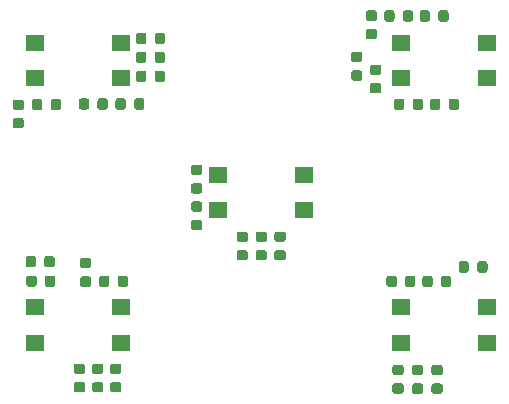
<source format=gbr>
G04 #@! TF.GenerationSoftware,KiCad,Pcbnew,(5.1.4)-1*
G04 #@! TF.CreationDate,2020-02-27T11:32:08-05:00*
G04 #@! TF.ProjectId,MotorcycleSwitch,4d6f746f-7263-4796-936c-655377697463,rev?*
G04 #@! TF.SameCoordinates,Original*
G04 #@! TF.FileFunction,Paste,Bot*
G04 #@! TF.FilePolarity,Positive*
%FSLAX46Y46*%
G04 Gerber Fmt 4.6, Leading zero omitted, Abs format (unit mm)*
G04 Created by KiCad (PCBNEW (5.1.4)-1) date 2020-02-27 11:32:08*
%MOMM*%
%LPD*%
G04 APERTURE LIST*
%ADD10C,0.100000*%
%ADD11C,0.875000*%
%ADD12R,1.600000X1.400000*%
G04 APERTURE END LIST*
D10*
G36*
X130827691Y-106576053D02*
G01*
X130848926Y-106579203D01*
X130869750Y-106584419D01*
X130889962Y-106591651D01*
X130909368Y-106600830D01*
X130927781Y-106611866D01*
X130945024Y-106624654D01*
X130960930Y-106639070D01*
X130975346Y-106654976D01*
X130988134Y-106672219D01*
X130999170Y-106690632D01*
X131008349Y-106710038D01*
X131015581Y-106730250D01*
X131020797Y-106751074D01*
X131023947Y-106772309D01*
X131025000Y-106793750D01*
X131025000Y-107306250D01*
X131023947Y-107327691D01*
X131020797Y-107348926D01*
X131015581Y-107369750D01*
X131008349Y-107389962D01*
X130999170Y-107409368D01*
X130988134Y-107427781D01*
X130975346Y-107445024D01*
X130960930Y-107460930D01*
X130945024Y-107475346D01*
X130927781Y-107488134D01*
X130909368Y-107499170D01*
X130889962Y-107508349D01*
X130869750Y-107515581D01*
X130848926Y-107520797D01*
X130827691Y-107523947D01*
X130806250Y-107525000D01*
X130368750Y-107525000D01*
X130347309Y-107523947D01*
X130326074Y-107520797D01*
X130305250Y-107515581D01*
X130285038Y-107508349D01*
X130265632Y-107499170D01*
X130247219Y-107488134D01*
X130229976Y-107475346D01*
X130214070Y-107460930D01*
X130199654Y-107445024D01*
X130186866Y-107427781D01*
X130175830Y-107409368D01*
X130166651Y-107389962D01*
X130159419Y-107369750D01*
X130154203Y-107348926D01*
X130151053Y-107327691D01*
X130150000Y-107306250D01*
X130150000Y-106793750D01*
X130151053Y-106772309D01*
X130154203Y-106751074D01*
X130159419Y-106730250D01*
X130166651Y-106710038D01*
X130175830Y-106690632D01*
X130186866Y-106672219D01*
X130199654Y-106654976D01*
X130214070Y-106639070D01*
X130229976Y-106624654D01*
X130247219Y-106611866D01*
X130265632Y-106600830D01*
X130285038Y-106591651D01*
X130305250Y-106584419D01*
X130326074Y-106579203D01*
X130347309Y-106576053D01*
X130368750Y-106575000D01*
X130806250Y-106575000D01*
X130827691Y-106576053D01*
X130827691Y-106576053D01*
G37*
D11*
X130587500Y-107050000D03*
D10*
G36*
X129252691Y-106576053D02*
G01*
X129273926Y-106579203D01*
X129294750Y-106584419D01*
X129314962Y-106591651D01*
X129334368Y-106600830D01*
X129352781Y-106611866D01*
X129370024Y-106624654D01*
X129385930Y-106639070D01*
X129400346Y-106654976D01*
X129413134Y-106672219D01*
X129424170Y-106690632D01*
X129433349Y-106710038D01*
X129440581Y-106730250D01*
X129445797Y-106751074D01*
X129448947Y-106772309D01*
X129450000Y-106793750D01*
X129450000Y-107306250D01*
X129448947Y-107327691D01*
X129445797Y-107348926D01*
X129440581Y-107369750D01*
X129433349Y-107389962D01*
X129424170Y-107409368D01*
X129413134Y-107427781D01*
X129400346Y-107445024D01*
X129385930Y-107460930D01*
X129370024Y-107475346D01*
X129352781Y-107488134D01*
X129334368Y-107499170D01*
X129314962Y-107508349D01*
X129294750Y-107515581D01*
X129273926Y-107520797D01*
X129252691Y-107523947D01*
X129231250Y-107525000D01*
X128793750Y-107525000D01*
X128772309Y-107523947D01*
X128751074Y-107520797D01*
X128730250Y-107515581D01*
X128710038Y-107508349D01*
X128690632Y-107499170D01*
X128672219Y-107488134D01*
X128654976Y-107475346D01*
X128639070Y-107460930D01*
X128624654Y-107445024D01*
X128611866Y-107427781D01*
X128600830Y-107409368D01*
X128591651Y-107389962D01*
X128584419Y-107369750D01*
X128579203Y-107348926D01*
X128576053Y-107327691D01*
X128575000Y-107306250D01*
X128575000Y-106793750D01*
X128576053Y-106772309D01*
X128579203Y-106751074D01*
X128584419Y-106730250D01*
X128591651Y-106710038D01*
X128600830Y-106690632D01*
X128611866Y-106672219D01*
X128624654Y-106654976D01*
X128639070Y-106639070D01*
X128654976Y-106624654D01*
X128672219Y-106611866D01*
X128690632Y-106600830D01*
X128710038Y-106591651D01*
X128730250Y-106584419D01*
X128751074Y-106579203D01*
X128772309Y-106576053D01*
X128793750Y-106575000D01*
X129231250Y-106575000D01*
X129252691Y-106576053D01*
X129252691Y-106576053D01*
G37*
D11*
X129012500Y-107050000D03*
D10*
G36*
X156877691Y-90851053D02*
G01*
X156898926Y-90854203D01*
X156919750Y-90859419D01*
X156939962Y-90866651D01*
X156959368Y-90875830D01*
X156977781Y-90886866D01*
X156995024Y-90899654D01*
X157010930Y-90914070D01*
X157025346Y-90929976D01*
X157038134Y-90947219D01*
X157049170Y-90965632D01*
X157058349Y-90985038D01*
X157065581Y-91005250D01*
X157070797Y-91026074D01*
X157073947Y-91047309D01*
X157075000Y-91068750D01*
X157075000Y-91506250D01*
X157073947Y-91527691D01*
X157070797Y-91548926D01*
X157065581Y-91569750D01*
X157058349Y-91589962D01*
X157049170Y-91609368D01*
X157038134Y-91627781D01*
X157025346Y-91645024D01*
X157010930Y-91660930D01*
X156995024Y-91675346D01*
X156977781Y-91688134D01*
X156959368Y-91699170D01*
X156939962Y-91708349D01*
X156919750Y-91715581D01*
X156898926Y-91720797D01*
X156877691Y-91723947D01*
X156856250Y-91725000D01*
X156343750Y-91725000D01*
X156322309Y-91723947D01*
X156301074Y-91720797D01*
X156280250Y-91715581D01*
X156260038Y-91708349D01*
X156240632Y-91699170D01*
X156222219Y-91688134D01*
X156204976Y-91675346D01*
X156189070Y-91660930D01*
X156174654Y-91645024D01*
X156161866Y-91627781D01*
X156150830Y-91609368D01*
X156141651Y-91589962D01*
X156134419Y-91569750D01*
X156129203Y-91548926D01*
X156126053Y-91527691D01*
X156125000Y-91506250D01*
X156125000Y-91068750D01*
X156126053Y-91047309D01*
X156129203Y-91026074D01*
X156134419Y-91005250D01*
X156141651Y-90985038D01*
X156150830Y-90965632D01*
X156161866Y-90947219D01*
X156174654Y-90929976D01*
X156189070Y-90914070D01*
X156204976Y-90899654D01*
X156222219Y-90886866D01*
X156240632Y-90875830D01*
X156260038Y-90866651D01*
X156280250Y-90859419D01*
X156301074Y-90854203D01*
X156322309Y-90851053D01*
X156343750Y-90850000D01*
X156856250Y-90850000D01*
X156877691Y-90851053D01*
X156877691Y-90851053D01*
G37*
D11*
X156600000Y-91287500D03*
D10*
G36*
X156877691Y-89276053D02*
G01*
X156898926Y-89279203D01*
X156919750Y-89284419D01*
X156939962Y-89291651D01*
X156959368Y-89300830D01*
X156977781Y-89311866D01*
X156995024Y-89324654D01*
X157010930Y-89339070D01*
X157025346Y-89354976D01*
X157038134Y-89372219D01*
X157049170Y-89390632D01*
X157058349Y-89410038D01*
X157065581Y-89430250D01*
X157070797Y-89451074D01*
X157073947Y-89472309D01*
X157075000Y-89493750D01*
X157075000Y-89931250D01*
X157073947Y-89952691D01*
X157070797Y-89973926D01*
X157065581Y-89994750D01*
X157058349Y-90014962D01*
X157049170Y-90034368D01*
X157038134Y-90052781D01*
X157025346Y-90070024D01*
X157010930Y-90085930D01*
X156995024Y-90100346D01*
X156977781Y-90113134D01*
X156959368Y-90124170D01*
X156939962Y-90133349D01*
X156919750Y-90140581D01*
X156898926Y-90145797D01*
X156877691Y-90148947D01*
X156856250Y-90150000D01*
X156343750Y-90150000D01*
X156322309Y-90148947D01*
X156301074Y-90145797D01*
X156280250Y-90140581D01*
X156260038Y-90133349D01*
X156240632Y-90124170D01*
X156222219Y-90113134D01*
X156204976Y-90100346D01*
X156189070Y-90085930D01*
X156174654Y-90070024D01*
X156161866Y-90052781D01*
X156150830Y-90034368D01*
X156141651Y-90014962D01*
X156134419Y-89994750D01*
X156129203Y-89973926D01*
X156126053Y-89952691D01*
X156125000Y-89931250D01*
X156125000Y-89493750D01*
X156126053Y-89472309D01*
X156129203Y-89451074D01*
X156134419Y-89430250D01*
X156141651Y-89410038D01*
X156150830Y-89390632D01*
X156161866Y-89372219D01*
X156174654Y-89354976D01*
X156189070Y-89339070D01*
X156204976Y-89324654D01*
X156222219Y-89311866D01*
X156240632Y-89300830D01*
X156260038Y-89291651D01*
X156280250Y-89284419D01*
X156301074Y-89279203D01*
X156322309Y-89276053D01*
X156343750Y-89275000D01*
X156856250Y-89275000D01*
X156877691Y-89276053D01*
X156877691Y-89276053D01*
G37*
D11*
X156600000Y-89712500D03*
D10*
G36*
X138427691Y-93226053D02*
G01*
X138448926Y-93229203D01*
X138469750Y-93234419D01*
X138489962Y-93241651D01*
X138509368Y-93250830D01*
X138527781Y-93261866D01*
X138545024Y-93274654D01*
X138560930Y-93289070D01*
X138575346Y-93304976D01*
X138588134Y-93322219D01*
X138599170Y-93340632D01*
X138608349Y-93360038D01*
X138615581Y-93380250D01*
X138620797Y-93401074D01*
X138623947Y-93422309D01*
X138625000Y-93443750D01*
X138625000Y-93956250D01*
X138623947Y-93977691D01*
X138620797Y-93998926D01*
X138615581Y-94019750D01*
X138608349Y-94039962D01*
X138599170Y-94059368D01*
X138588134Y-94077781D01*
X138575346Y-94095024D01*
X138560930Y-94110930D01*
X138545024Y-94125346D01*
X138527781Y-94138134D01*
X138509368Y-94149170D01*
X138489962Y-94158349D01*
X138469750Y-94165581D01*
X138448926Y-94170797D01*
X138427691Y-94173947D01*
X138406250Y-94175000D01*
X137968750Y-94175000D01*
X137947309Y-94173947D01*
X137926074Y-94170797D01*
X137905250Y-94165581D01*
X137885038Y-94158349D01*
X137865632Y-94149170D01*
X137847219Y-94138134D01*
X137829976Y-94125346D01*
X137814070Y-94110930D01*
X137799654Y-94095024D01*
X137786866Y-94077781D01*
X137775830Y-94059368D01*
X137766651Y-94039962D01*
X137759419Y-94019750D01*
X137754203Y-93998926D01*
X137751053Y-93977691D01*
X137750000Y-93956250D01*
X137750000Y-93443750D01*
X137751053Y-93422309D01*
X137754203Y-93401074D01*
X137759419Y-93380250D01*
X137766651Y-93360038D01*
X137775830Y-93340632D01*
X137786866Y-93322219D01*
X137799654Y-93304976D01*
X137814070Y-93289070D01*
X137829976Y-93274654D01*
X137847219Y-93261866D01*
X137865632Y-93250830D01*
X137885038Y-93241651D01*
X137905250Y-93234419D01*
X137926074Y-93229203D01*
X137947309Y-93226053D01*
X137968750Y-93225000D01*
X138406250Y-93225000D01*
X138427691Y-93226053D01*
X138427691Y-93226053D01*
G37*
D11*
X138187500Y-93700000D03*
D10*
G36*
X136852691Y-93226053D02*
G01*
X136873926Y-93229203D01*
X136894750Y-93234419D01*
X136914962Y-93241651D01*
X136934368Y-93250830D01*
X136952781Y-93261866D01*
X136970024Y-93274654D01*
X136985930Y-93289070D01*
X137000346Y-93304976D01*
X137013134Y-93322219D01*
X137024170Y-93340632D01*
X137033349Y-93360038D01*
X137040581Y-93380250D01*
X137045797Y-93401074D01*
X137048947Y-93422309D01*
X137050000Y-93443750D01*
X137050000Y-93956250D01*
X137048947Y-93977691D01*
X137045797Y-93998926D01*
X137040581Y-94019750D01*
X137033349Y-94039962D01*
X137024170Y-94059368D01*
X137013134Y-94077781D01*
X137000346Y-94095024D01*
X136985930Y-94110930D01*
X136970024Y-94125346D01*
X136952781Y-94138134D01*
X136934368Y-94149170D01*
X136914962Y-94158349D01*
X136894750Y-94165581D01*
X136873926Y-94170797D01*
X136852691Y-94173947D01*
X136831250Y-94175000D01*
X136393750Y-94175000D01*
X136372309Y-94173947D01*
X136351074Y-94170797D01*
X136330250Y-94165581D01*
X136310038Y-94158349D01*
X136290632Y-94149170D01*
X136272219Y-94138134D01*
X136254976Y-94125346D01*
X136239070Y-94110930D01*
X136224654Y-94095024D01*
X136211866Y-94077781D01*
X136200830Y-94059368D01*
X136191651Y-94039962D01*
X136184419Y-94019750D01*
X136179203Y-93998926D01*
X136176053Y-93977691D01*
X136175000Y-93956250D01*
X136175000Y-93443750D01*
X136176053Y-93422309D01*
X136179203Y-93401074D01*
X136184419Y-93380250D01*
X136191651Y-93360038D01*
X136200830Y-93340632D01*
X136211866Y-93322219D01*
X136224654Y-93304976D01*
X136239070Y-93289070D01*
X136254976Y-93274654D01*
X136272219Y-93261866D01*
X136290632Y-93250830D01*
X136310038Y-93241651D01*
X136330250Y-93234419D01*
X136351074Y-93229203D01*
X136372309Y-93226053D01*
X136393750Y-93225000D01*
X136831250Y-93225000D01*
X136852691Y-93226053D01*
X136852691Y-93226053D01*
G37*
D11*
X136612500Y-93700000D03*
D10*
G36*
X130877691Y-108226053D02*
G01*
X130898926Y-108229203D01*
X130919750Y-108234419D01*
X130939962Y-108241651D01*
X130959368Y-108250830D01*
X130977781Y-108261866D01*
X130995024Y-108274654D01*
X131010930Y-108289070D01*
X131025346Y-108304976D01*
X131038134Y-108322219D01*
X131049170Y-108340632D01*
X131058349Y-108360038D01*
X131065581Y-108380250D01*
X131070797Y-108401074D01*
X131073947Y-108422309D01*
X131075000Y-108443750D01*
X131075000Y-108956250D01*
X131073947Y-108977691D01*
X131070797Y-108998926D01*
X131065581Y-109019750D01*
X131058349Y-109039962D01*
X131049170Y-109059368D01*
X131038134Y-109077781D01*
X131025346Y-109095024D01*
X131010930Y-109110930D01*
X130995024Y-109125346D01*
X130977781Y-109138134D01*
X130959368Y-109149170D01*
X130939962Y-109158349D01*
X130919750Y-109165581D01*
X130898926Y-109170797D01*
X130877691Y-109173947D01*
X130856250Y-109175000D01*
X130418750Y-109175000D01*
X130397309Y-109173947D01*
X130376074Y-109170797D01*
X130355250Y-109165581D01*
X130335038Y-109158349D01*
X130315632Y-109149170D01*
X130297219Y-109138134D01*
X130279976Y-109125346D01*
X130264070Y-109110930D01*
X130249654Y-109095024D01*
X130236866Y-109077781D01*
X130225830Y-109059368D01*
X130216651Y-109039962D01*
X130209419Y-109019750D01*
X130204203Y-108998926D01*
X130201053Y-108977691D01*
X130200000Y-108956250D01*
X130200000Y-108443750D01*
X130201053Y-108422309D01*
X130204203Y-108401074D01*
X130209419Y-108380250D01*
X130216651Y-108360038D01*
X130225830Y-108340632D01*
X130236866Y-108322219D01*
X130249654Y-108304976D01*
X130264070Y-108289070D01*
X130279976Y-108274654D01*
X130297219Y-108261866D01*
X130315632Y-108250830D01*
X130335038Y-108241651D01*
X130355250Y-108234419D01*
X130376074Y-108229203D01*
X130397309Y-108226053D01*
X130418750Y-108225000D01*
X130856250Y-108225000D01*
X130877691Y-108226053D01*
X130877691Y-108226053D01*
G37*
D11*
X130637500Y-108700000D03*
D10*
G36*
X129302691Y-108226053D02*
G01*
X129323926Y-108229203D01*
X129344750Y-108234419D01*
X129364962Y-108241651D01*
X129384368Y-108250830D01*
X129402781Y-108261866D01*
X129420024Y-108274654D01*
X129435930Y-108289070D01*
X129450346Y-108304976D01*
X129463134Y-108322219D01*
X129474170Y-108340632D01*
X129483349Y-108360038D01*
X129490581Y-108380250D01*
X129495797Y-108401074D01*
X129498947Y-108422309D01*
X129500000Y-108443750D01*
X129500000Y-108956250D01*
X129498947Y-108977691D01*
X129495797Y-108998926D01*
X129490581Y-109019750D01*
X129483349Y-109039962D01*
X129474170Y-109059368D01*
X129463134Y-109077781D01*
X129450346Y-109095024D01*
X129435930Y-109110930D01*
X129420024Y-109125346D01*
X129402781Y-109138134D01*
X129384368Y-109149170D01*
X129364962Y-109158349D01*
X129344750Y-109165581D01*
X129323926Y-109170797D01*
X129302691Y-109173947D01*
X129281250Y-109175000D01*
X128843750Y-109175000D01*
X128822309Y-109173947D01*
X128801074Y-109170797D01*
X128780250Y-109165581D01*
X128760038Y-109158349D01*
X128740632Y-109149170D01*
X128722219Y-109138134D01*
X128704976Y-109125346D01*
X128689070Y-109110930D01*
X128674654Y-109095024D01*
X128661866Y-109077781D01*
X128650830Y-109059368D01*
X128641651Y-109039962D01*
X128634419Y-109019750D01*
X128629203Y-108998926D01*
X128626053Y-108977691D01*
X128625000Y-108956250D01*
X128625000Y-108443750D01*
X128626053Y-108422309D01*
X128629203Y-108401074D01*
X128634419Y-108380250D01*
X128641651Y-108360038D01*
X128650830Y-108340632D01*
X128661866Y-108322219D01*
X128674654Y-108304976D01*
X128689070Y-108289070D01*
X128704976Y-108274654D01*
X128722219Y-108261866D01*
X128740632Y-108250830D01*
X128760038Y-108241651D01*
X128780250Y-108234419D01*
X128801074Y-108229203D01*
X128822309Y-108226053D01*
X128843750Y-108225000D01*
X129281250Y-108225000D01*
X129302691Y-108226053D01*
X129302691Y-108226053D01*
G37*
D11*
X129062500Y-108700000D03*
D10*
G36*
X158477691Y-91938553D02*
G01*
X158498926Y-91941703D01*
X158519750Y-91946919D01*
X158539962Y-91954151D01*
X158559368Y-91963330D01*
X158577781Y-91974366D01*
X158595024Y-91987154D01*
X158610930Y-92001570D01*
X158625346Y-92017476D01*
X158638134Y-92034719D01*
X158649170Y-92053132D01*
X158658349Y-92072538D01*
X158665581Y-92092750D01*
X158670797Y-92113574D01*
X158673947Y-92134809D01*
X158675000Y-92156250D01*
X158675000Y-92593750D01*
X158673947Y-92615191D01*
X158670797Y-92636426D01*
X158665581Y-92657250D01*
X158658349Y-92677462D01*
X158649170Y-92696868D01*
X158638134Y-92715281D01*
X158625346Y-92732524D01*
X158610930Y-92748430D01*
X158595024Y-92762846D01*
X158577781Y-92775634D01*
X158559368Y-92786670D01*
X158539962Y-92795849D01*
X158519750Y-92803081D01*
X158498926Y-92808297D01*
X158477691Y-92811447D01*
X158456250Y-92812500D01*
X157943750Y-92812500D01*
X157922309Y-92811447D01*
X157901074Y-92808297D01*
X157880250Y-92803081D01*
X157860038Y-92795849D01*
X157840632Y-92786670D01*
X157822219Y-92775634D01*
X157804976Y-92762846D01*
X157789070Y-92748430D01*
X157774654Y-92732524D01*
X157761866Y-92715281D01*
X157750830Y-92696868D01*
X157741651Y-92677462D01*
X157734419Y-92657250D01*
X157729203Y-92636426D01*
X157726053Y-92615191D01*
X157725000Y-92593750D01*
X157725000Y-92156250D01*
X157726053Y-92134809D01*
X157729203Y-92113574D01*
X157734419Y-92092750D01*
X157741651Y-92072538D01*
X157750830Y-92053132D01*
X157761866Y-92034719D01*
X157774654Y-92017476D01*
X157789070Y-92001570D01*
X157804976Y-91987154D01*
X157822219Y-91974366D01*
X157840632Y-91963330D01*
X157860038Y-91954151D01*
X157880250Y-91946919D01*
X157901074Y-91941703D01*
X157922309Y-91938553D01*
X157943750Y-91937500D01*
X158456250Y-91937500D01*
X158477691Y-91938553D01*
X158477691Y-91938553D01*
G37*
D11*
X158200000Y-92375000D03*
D10*
G36*
X158477691Y-90363553D02*
G01*
X158498926Y-90366703D01*
X158519750Y-90371919D01*
X158539962Y-90379151D01*
X158559368Y-90388330D01*
X158577781Y-90399366D01*
X158595024Y-90412154D01*
X158610930Y-90426570D01*
X158625346Y-90442476D01*
X158638134Y-90459719D01*
X158649170Y-90478132D01*
X158658349Y-90497538D01*
X158665581Y-90517750D01*
X158670797Y-90538574D01*
X158673947Y-90559809D01*
X158675000Y-90581250D01*
X158675000Y-91018750D01*
X158673947Y-91040191D01*
X158670797Y-91061426D01*
X158665581Y-91082250D01*
X158658349Y-91102462D01*
X158649170Y-91121868D01*
X158638134Y-91140281D01*
X158625346Y-91157524D01*
X158610930Y-91173430D01*
X158595024Y-91187846D01*
X158577781Y-91200634D01*
X158559368Y-91211670D01*
X158539962Y-91220849D01*
X158519750Y-91228081D01*
X158498926Y-91233297D01*
X158477691Y-91236447D01*
X158456250Y-91237500D01*
X157943750Y-91237500D01*
X157922309Y-91236447D01*
X157901074Y-91233297D01*
X157880250Y-91228081D01*
X157860038Y-91220849D01*
X157840632Y-91211670D01*
X157822219Y-91200634D01*
X157804976Y-91187846D01*
X157789070Y-91173430D01*
X157774654Y-91157524D01*
X157761866Y-91140281D01*
X157750830Y-91121868D01*
X157741651Y-91102462D01*
X157734419Y-91082250D01*
X157729203Y-91061426D01*
X157726053Y-91040191D01*
X157725000Y-91018750D01*
X157725000Y-90581250D01*
X157726053Y-90559809D01*
X157729203Y-90538574D01*
X157734419Y-90517750D01*
X157741651Y-90497538D01*
X157750830Y-90478132D01*
X157761866Y-90459719D01*
X157774654Y-90442476D01*
X157789070Y-90426570D01*
X157804976Y-90412154D01*
X157822219Y-90399366D01*
X157840632Y-90388330D01*
X157860038Y-90379151D01*
X157880250Y-90371919D01*
X157901074Y-90366703D01*
X157922309Y-90363553D01*
X157943750Y-90362500D01*
X158456250Y-90362500D01*
X158477691Y-90363553D01*
X158477691Y-90363553D01*
G37*
D11*
X158200000Y-90800000D03*
D10*
G36*
X165902691Y-107026053D02*
G01*
X165923926Y-107029203D01*
X165944750Y-107034419D01*
X165964962Y-107041651D01*
X165984368Y-107050830D01*
X166002781Y-107061866D01*
X166020024Y-107074654D01*
X166035930Y-107089070D01*
X166050346Y-107104976D01*
X166063134Y-107122219D01*
X166074170Y-107140632D01*
X166083349Y-107160038D01*
X166090581Y-107180250D01*
X166095797Y-107201074D01*
X166098947Y-107222309D01*
X166100000Y-107243750D01*
X166100000Y-107756250D01*
X166098947Y-107777691D01*
X166095797Y-107798926D01*
X166090581Y-107819750D01*
X166083349Y-107839962D01*
X166074170Y-107859368D01*
X166063134Y-107877781D01*
X166050346Y-107895024D01*
X166035930Y-107910930D01*
X166020024Y-107925346D01*
X166002781Y-107938134D01*
X165984368Y-107949170D01*
X165964962Y-107958349D01*
X165944750Y-107965581D01*
X165923926Y-107970797D01*
X165902691Y-107973947D01*
X165881250Y-107975000D01*
X165443750Y-107975000D01*
X165422309Y-107973947D01*
X165401074Y-107970797D01*
X165380250Y-107965581D01*
X165360038Y-107958349D01*
X165340632Y-107949170D01*
X165322219Y-107938134D01*
X165304976Y-107925346D01*
X165289070Y-107910930D01*
X165274654Y-107895024D01*
X165261866Y-107877781D01*
X165250830Y-107859368D01*
X165241651Y-107839962D01*
X165234419Y-107819750D01*
X165229203Y-107798926D01*
X165226053Y-107777691D01*
X165225000Y-107756250D01*
X165225000Y-107243750D01*
X165226053Y-107222309D01*
X165229203Y-107201074D01*
X165234419Y-107180250D01*
X165241651Y-107160038D01*
X165250830Y-107140632D01*
X165261866Y-107122219D01*
X165274654Y-107104976D01*
X165289070Y-107089070D01*
X165304976Y-107074654D01*
X165322219Y-107061866D01*
X165340632Y-107050830D01*
X165360038Y-107041651D01*
X165380250Y-107034419D01*
X165401074Y-107029203D01*
X165422309Y-107026053D01*
X165443750Y-107025000D01*
X165881250Y-107025000D01*
X165902691Y-107026053D01*
X165902691Y-107026053D01*
G37*
D11*
X165662500Y-107500000D03*
D10*
G36*
X167477691Y-107026053D02*
G01*
X167498926Y-107029203D01*
X167519750Y-107034419D01*
X167539962Y-107041651D01*
X167559368Y-107050830D01*
X167577781Y-107061866D01*
X167595024Y-107074654D01*
X167610930Y-107089070D01*
X167625346Y-107104976D01*
X167638134Y-107122219D01*
X167649170Y-107140632D01*
X167658349Y-107160038D01*
X167665581Y-107180250D01*
X167670797Y-107201074D01*
X167673947Y-107222309D01*
X167675000Y-107243750D01*
X167675000Y-107756250D01*
X167673947Y-107777691D01*
X167670797Y-107798926D01*
X167665581Y-107819750D01*
X167658349Y-107839962D01*
X167649170Y-107859368D01*
X167638134Y-107877781D01*
X167625346Y-107895024D01*
X167610930Y-107910930D01*
X167595024Y-107925346D01*
X167577781Y-107938134D01*
X167559368Y-107949170D01*
X167539962Y-107958349D01*
X167519750Y-107965581D01*
X167498926Y-107970797D01*
X167477691Y-107973947D01*
X167456250Y-107975000D01*
X167018750Y-107975000D01*
X166997309Y-107973947D01*
X166976074Y-107970797D01*
X166955250Y-107965581D01*
X166935038Y-107958349D01*
X166915632Y-107949170D01*
X166897219Y-107938134D01*
X166879976Y-107925346D01*
X166864070Y-107910930D01*
X166849654Y-107895024D01*
X166836866Y-107877781D01*
X166825830Y-107859368D01*
X166816651Y-107839962D01*
X166809419Y-107819750D01*
X166804203Y-107798926D01*
X166801053Y-107777691D01*
X166800000Y-107756250D01*
X166800000Y-107243750D01*
X166801053Y-107222309D01*
X166804203Y-107201074D01*
X166809419Y-107180250D01*
X166816651Y-107160038D01*
X166825830Y-107140632D01*
X166836866Y-107122219D01*
X166849654Y-107104976D01*
X166864070Y-107089070D01*
X166879976Y-107074654D01*
X166897219Y-107061866D01*
X166915632Y-107050830D01*
X166935038Y-107041651D01*
X166955250Y-107034419D01*
X166976074Y-107029203D01*
X166997309Y-107026053D01*
X167018750Y-107025000D01*
X167456250Y-107025000D01*
X167477691Y-107026053D01*
X167477691Y-107026053D01*
G37*
D11*
X167237500Y-107500000D03*
D10*
G36*
X133752691Y-93226053D02*
G01*
X133773926Y-93229203D01*
X133794750Y-93234419D01*
X133814962Y-93241651D01*
X133834368Y-93250830D01*
X133852781Y-93261866D01*
X133870024Y-93274654D01*
X133885930Y-93289070D01*
X133900346Y-93304976D01*
X133913134Y-93322219D01*
X133924170Y-93340632D01*
X133933349Y-93360038D01*
X133940581Y-93380250D01*
X133945797Y-93401074D01*
X133948947Y-93422309D01*
X133950000Y-93443750D01*
X133950000Y-93956250D01*
X133948947Y-93977691D01*
X133945797Y-93998926D01*
X133940581Y-94019750D01*
X133933349Y-94039962D01*
X133924170Y-94059368D01*
X133913134Y-94077781D01*
X133900346Y-94095024D01*
X133885930Y-94110930D01*
X133870024Y-94125346D01*
X133852781Y-94138134D01*
X133834368Y-94149170D01*
X133814962Y-94158349D01*
X133794750Y-94165581D01*
X133773926Y-94170797D01*
X133752691Y-94173947D01*
X133731250Y-94175000D01*
X133293750Y-94175000D01*
X133272309Y-94173947D01*
X133251074Y-94170797D01*
X133230250Y-94165581D01*
X133210038Y-94158349D01*
X133190632Y-94149170D01*
X133172219Y-94138134D01*
X133154976Y-94125346D01*
X133139070Y-94110930D01*
X133124654Y-94095024D01*
X133111866Y-94077781D01*
X133100830Y-94059368D01*
X133091651Y-94039962D01*
X133084419Y-94019750D01*
X133079203Y-93998926D01*
X133076053Y-93977691D01*
X133075000Y-93956250D01*
X133075000Y-93443750D01*
X133076053Y-93422309D01*
X133079203Y-93401074D01*
X133084419Y-93380250D01*
X133091651Y-93360038D01*
X133100830Y-93340632D01*
X133111866Y-93322219D01*
X133124654Y-93304976D01*
X133139070Y-93289070D01*
X133154976Y-93274654D01*
X133172219Y-93261866D01*
X133190632Y-93250830D01*
X133210038Y-93241651D01*
X133230250Y-93234419D01*
X133251074Y-93229203D01*
X133272309Y-93226053D01*
X133293750Y-93225000D01*
X133731250Y-93225000D01*
X133752691Y-93226053D01*
X133752691Y-93226053D01*
G37*
D11*
X133512500Y-93700000D03*
D10*
G36*
X135327691Y-93226053D02*
G01*
X135348926Y-93229203D01*
X135369750Y-93234419D01*
X135389962Y-93241651D01*
X135409368Y-93250830D01*
X135427781Y-93261866D01*
X135445024Y-93274654D01*
X135460930Y-93289070D01*
X135475346Y-93304976D01*
X135488134Y-93322219D01*
X135499170Y-93340632D01*
X135508349Y-93360038D01*
X135515581Y-93380250D01*
X135520797Y-93401074D01*
X135523947Y-93422309D01*
X135525000Y-93443750D01*
X135525000Y-93956250D01*
X135523947Y-93977691D01*
X135520797Y-93998926D01*
X135515581Y-94019750D01*
X135508349Y-94039962D01*
X135499170Y-94059368D01*
X135488134Y-94077781D01*
X135475346Y-94095024D01*
X135460930Y-94110930D01*
X135445024Y-94125346D01*
X135427781Y-94138134D01*
X135409368Y-94149170D01*
X135389962Y-94158349D01*
X135369750Y-94165581D01*
X135348926Y-94170797D01*
X135327691Y-94173947D01*
X135306250Y-94175000D01*
X134868750Y-94175000D01*
X134847309Y-94173947D01*
X134826074Y-94170797D01*
X134805250Y-94165581D01*
X134785038Y-94158349D01*
X134765632Y-94149170D01*
X134747219Y-94138134D01*
X134729976Y-94125346D01*
X134714070Y-94110930D01*
X134699654Y-94095024D01*
X134686866Y-94077781D01*
X134675830Y-94059368D01*
X134666651Y-94039962D01*
X134659419Y-94019750D01*
X134654203Y-93998926D01*
X134651053Y-93977691D01*
X134650000Y-93956250D01*
X134650000Y-93443750D01*
X134651053Y-93422309D01*
X134654203Y-93401074D01*
X134659419Y-93380250D01*
X134666651Y-93360038D01*
X134675830Y-93340632D01*
X134686866Y-93322219D01*
X134699654Y-93304976D01*
X134714070Y-93289070D01*
X134729976Y-93274654D01*
X134747219Y-93261866D01*
X134765632Y-93250830D01*
X134785038Y-93241651D01*
X134805250Y-93234419D01*
X134826074Y-93229203D01*
X134847309Y-93226053D01*
X134868750Y-93225000D01*
X135306250Y-93225000D01*
X135327691Y-93226053D01*
X135327691Y-93226053D01*
G37*
D11*
X135087500Y-93700000D03*
D10*
G36*
X164407691Y-108238053D02*
G01*
X164428926Y-108241203D01*
X164449750Y-108246419D01*
X164469962Y-108253651D01*
X164489368Y-108262830D01*
X164507781Y-108273866D01*
X164525024Y-108286654D01*
X164540930Y-108301070D01*
X164555346Y-108316976D01*
X164568134Y-108334219D01*
X164579170Y-108352632D01*
X164588349Y-108372038D01*
X164595581Y-108392250D01*
X164600797Y-108413074D01*
X164603947Y-108434309D01*
X164605000Y-108455750D01*
X164605000Y-108968250D01*
X164603947Y-108989691D01*
X164600797Y-109010926D01*
X164595581Y-109031750D01*
X164588349Y-109051962D01*
X164579170Y-109071368D01*
X164568134Y-109089781D01*
X164555346Y-109107024D01*
X164540930Y-109122930D01*
X164525024Y-109137346D01*
X164507781Y-109150134D01*
X164489368Y-109161170D01*
X164469962Y-109170349D01*
X164449750Y-109177581D01*
X164428926Y-109182797D01*
X164407691Y-109185947D01*
X164386250Y-109187000D01*
X163948750Y-109187000D01*
X163927309Y-109185947D01*
X163906074Y-109182797D01*
X163885250Y-109177581D01*
X163865038Y-109170349D01*
X163845632Y-109161170D01*
X163827219Y-109150134D01*
X163809976Y-109137346D01*
X163794070Y-109122930D01*
X163779654Y-109107024D01*
X163766866Y-109089781D01*
X163755830Y-109071368D01*
X163746651Y-109051962D01*
X163739419Y-109031750D01*
X163734203Y-109010926D01*
X163731053Y-108989691D01*
X163730000Y-108968250D01*
X163730000Y-108455750D01*
X163731053Y-108434309D01*
X163734203Y-108413074D01*
X163739419Y-108392250D01*
X163746651Y-108372038D01*
X163755830Y-108352632D01*
X163766866Y-108334219D01*
X163779654Y-108316976D01*
X163794070Y-108301070D01*
X163809976Y-108286654D01*
X163827219Y-108273866D01*
X163845632Y-108262830D01*
X163865038Y-108253651D01*
X163885250Y-108246419D01*
X163906074Y-108241203D01*
X163927309Y-108238053D01*
X163948750Y-108237000D01*
X164386250Y-108237000D01*
X164407691Y-108238053D01*
X164407691Y-108238053D01*
G37*
D11*
X164167500Y-108712000D03*
D10*
G36*
X162832691Y-108238053D02*
G01*
X162853926Y-108241203D01*
X162874750Y-108246419D01*
X162894962Y-108253651D01*
X162914368Y-108262830D01*
X162932781Y-108273866D01*
X162950024Y-108286654D01*
X162965930Y-108301070D01*
X162980346Y-108316976D01*
X162993134Y-108334219D01*
X163004170Y-108352632D01*
X163013349Y-108372038D01*
X163020581Y-108392250D01*
X163025797Y-108413074D01*
X163028947Y-108434309D01*
X163030000Y-108455750D01*
X163030000Y-108968250D01*
X163028947Y-108989691D01*
X163025797Y-109010926D01*
X163020581Y-109031750D01*
X163013349Y-109051962D01*
X163004170Y-109071368D01*
X162993134Y-109089781D01*
X162980346Y-109107024D01*
X162965930Y-109122930D01*
X162950024Y-109137346D01*
X162932781Y-109150134D01*
X162914368Y-109161170D01*
X162894962Y-109170349D01*
X162874750Y-109177581D01*
X162853926Y-109182797D01*
X162832691Y-109185947D01*
X162811250Y-109187000D01*
X162373750Y-109187000D01*
X162352309Y-109185947D01*
X162331074Y-109182797D01*
X162310250Y-109177581D01*
X162290038Y-109170349D01*
X162270632Y-109161170D01*
X162252219Y-109150134D01*
X162234976Y-109137346D01*
X162219070Y-109122930D01*
X162204654Y-109107024D01*
X162191866Y-109089781D01*
X162180830Y-109071368D01*
X162171651Y-109051962D01*
X162164419Y-109031750D01*
X162159203Y-109010926D01*
X162156053Y-108989691D01*
X162155000Y-108968250D01*
X162155000Y-108455750D01*
X162156053Y-108434309D01*
X162159203Y-108413074D01*
X162164419Y-108392250D01*
X162171651Y-108372038D01*
X162180830Y-108352632D01*
X162191866Y-108334219D01*
X162204654Y-108316976D01*
X162219070Y-108301070D01*
X162234976Y-108286654D01*
X162252219Y-108273866D01*
X162270632Y-108262830D01*
X162290038Y-108253651D01*
X162310250Y-108246419D01*
X162331074Y-108241203D01*
X162352309Y-108238053D01*
X162373750Y-108237000D01*
X162811250Y-108237000D01*
X162832691Y-108238053D01*
X162832691Y-108238053D01*
G37*
D11*
X162592500Y-108712000D03*
D10*
G36*
X133927691Y-106726053D02*
G01*
X133948926Y-106729203D01*
X133969750Y-106734419D01*
X133989962Y-106741651D01*
X134009368Y-106750830D01*
X134027781Y-106761866D01*
X134045024Y-106774654D01*
X134060930Y-106789070D01*
X134075346Y-106804976D01*
X134088134Y-106822219D01*
X134099170Y-106840632D01*
X134108349Y-106860038D01*
X134115581Y-106880250D01*
X134120797Y-106901074D01*
X134123947Y-106922309D01*
X134125000Y-106943750D01*
X134125000Y-107381250D01*
X134123947Y-107402691D01*
X134120797Y-107423926D01*
X134115581Y-107444750D01*
X134108349Y-107464962D01*
X134099170Y-107484368D01*
X134088134Y-107502781D01*
X134075346Y-107520024D01*
X134060930Y-107535930D01*
X134045024Y-107550346D01*
X134027781Y-107563134D01*
X134009368Y-107574170D01*
X133989962Y-107583349D01*
X133969750Y-107590581D01*
X133948926Y-107595797D01*
X133927691Y-107598947D01*
X133906250Y-107600000D01*
X133393750Y-107600000D01*
X133372309Y-107598947D01*
X133351074Y-107595797D01*
X133330250Y-107590581D01*
X133310038Y-107583349D01*
X133290632Y-107574170D01*
X133272219Y-107563134D01*
X133254976Y-107550346D01*
X133239070Y-107535930D01*
X133224654Y-107520024D01*
X133211866Y-107502781D01*
X133200830Y-107484368D01*
X133191651Y-107464962D01*
X133184419Y-107444750D01*
X133179203Y-107423926D01*
X133176053Y-107402691D01*
X133175000Y-107381250D01*
X133175000Y-106943750D01*
X133176053Y-106922309D01*
X133179203Y-106901074D01*
X133184419Y-106880250D01*
X133191651Y-106860038D01*
X133200830Y-106840632D01*
X133211866Y-106822219D01*
X133224654Y-106804976D01*
X133239070Y-106789070D01*
X133254976Y-106774654D01*
X133272219Y-106761866D01*
X133290632Y-106750830D01*
X133310038Y-106741651D01*
X133330250Y-106734419D01*
X133351074Y-106729203D01*
X133372309Y-106726053D01*
X133393750Y-106725000D01*
X133906250Y-106725000D01*
X133927691Y-106726053D01*
X133927691Y-106726053D01*
G37*
D11*
X133650000Y-107162500D03*
D10*
G36*
X133927691Y-108301053D02*
G01*
X133948926Y-108304203D01*
X133969750Y-108309419D01*
X133989962Y-108316651D01*
X134009368Y-108325830D01*
X134027781Y-108336866D01*
X134045024Y-108349654D01*
X134060930Y-108364070D01*
X134075346Y-108379976D01*
X134088134Y-108397219D01*
X134099170Y-108415632D01*
X134108349Y-108435038D01*
X134115581Y-108455250D01*
X134120797Y-108476074D01*
X134123947Y-108497309D01*
X134125000Y-108518750D01*
X134125000Y-108956250D01*
X134123947Y-108977691D01*
X134120797Y-108998926D01*
X134115581Y-109019750D01*
X134108349Y-109039962D01*
X134099170Y-109059368D01*
X134088134Y-109077781D01*
X134075346Y-109095024D01*
X134060930Y-109110930D01*
X134045024Y-109125346D01*
X134027781Y-109138134D01*
X134009368Y-109149170D01*
X133989962Y-109158349D01*
X133969750Y-109165581D01*
X133948926Y-109170797D01*
X133927691Y-109173947D01*
X133906250Y-109175000D01*
X133393750Y-109175000D01*
X133372309Y-109173947D01*
X133351074Y-109170797D01*
X133330250Y-109165581D01*
X133310038Y-109158349D01*
X133290632Y-109149170D01*
X133272219Y-109138134D01*
X133254976Y-109125346D01*
X133239070Y-109110930D01*
X133224654Y-109095024D01*
X133211866Y-109077781D01*
X133200830Y-109059368D01*
X133191651Y-109039962D01*
X133184419Y-109019750D01*
X133179203Y-108998926D01*
X133176053Y-108977691D01*
X133175000Y-108956250D01*
X133175000Y-108518750D01*
X133176053Y-108497309D01*
X133179203Y-108476074D01*
X133184419Y-108455250D01*
X133191651Y-108435038D01*
X133200830Y-108415632D01*
X133211866Y-108397219D01*
X133224654Y-108379976D01*
X133239070Y-108364070D01*
X133254976Y-108349654D01*
X133272219Y-108336866D01*
X133290632Y-108325830D01*
X133310038Y-108316651D01*
X133330250Y-108309419D01*
X133351074Y-108304203D01*
X133372309Y-108301053D01*
X133393750Y-108300000D01*
X133906250Y-108300000D01*
X133927691Y-108301053D01*
X133927691Y-108301053D01*
G37*
D11*
X133650000Y-108737500D03*
D10*
G36*
X143327691Y-98838553D02*
G01*
X143348926Y-98841703D01*
X143369750Y-98846919D01*
X143389962Y-98854151D01*
X143409368Y-98863330D01*
X143427781Y-98874366D01*
X143445024Y-98887154D01*
X143460930Y-98901570D01*
X143475346Y-98917476D01*
X143488134Y-98934719D01*
X143499170Y-98953132D01*
X143508349Y-98972538D01*
X143515581Y-98992750D01*
X143520797Y-99013574D01*
X143523947Y-99034809D01*
X143525000Y-99056250D01*
X143525000Y-99493750D01*
X143523947Y-99515191D01*
X143520797Y-99536426D01*
X143515581Y-99557250D01*
X143508349Y-99577462D01*
X143499170Y-99596868D01*
X143488134Y-99615281D01*
X143475346Y-99632524D01*
X143460930Y-99648430D01*
X143445024Y-99662846D01*
X143427781Y-99675634D01*
X143409368Y-99686670D01*
X143389962Y-99695849D01*
X143369750Y-99703081D01*
X143348926Y-99708297D01*
X143327691Y-99711447D01*
X143306250Y-99712500D01*
X142793750Y-99712500D01*
X142772309Y-99711447D01*
X142751074Y-99708297D01*
X142730250Y-99703081D01*
X142710038Y-99695849D01*
X142690632Y-99686670D01*
X142672219Y-99675634D01*
X142654976Y-99662846D01*
X142639070Y-99648430D01*
X142624654Y-99632524D01*
X142611866Y-99615281D01*
X142600830Y-99596868D01*
X142591651Y-99577462D01*
X142584419Y-99557250D01*
X142579203Y-99536426D01*
X142576053Y-99515191D01*
X142575000Y-99493750D01*
X142575000Y-99056250D01*
X142576053Y-99034809D01*
X142579203Y-99013574D01*
X142584419Y-98992750D01*
X142591651Y-98972538D01*
X142600830Y-98953132D01*
X142611866Y-98934719D01*
X142624654Y-98917476D01*
X142639070Y-98901570D01*
X142654976Y-98887154D01*
X142672219Y-98874366D01*
X142690632Y-98863330D01*
X142710038Y-98854151D01*
X142730250Y-98846919D01*
X142751074Y-98841703D01*
X142772309Y-98838553D01*
X142793750Y-98837500D01*
X143306250Y-98837500D01*
X143327691Y-98838553D01*
X143327691Y-98838553D01*
G37*
D11*
X143050000Y-99275000D03*
D10*
G36*
X143327691Y-100413553D02*
G01*
X143348926Y-100416703D01*
X143369750Y-100421919D01*
X143389962Y-100429151D01*
X143409368Y-100438330D01*
X143427781Y-100449366D01*
X143445024Y-100462154D01*
X143460930Y-100476570D01*
X143475346Y-100492476D01*
X143488134Y-100509719D01*
X143499170Y-100528132D01*
X143508349Y-100547538D01*
X143515581Y-100567750D01*
X143520797Y-100588574D01*
X143523947Y-100609809D01*
X143525000Y-100631250D01*
X143525000Y-101068750D01*
X143523947Y-101090191D01*
X143520797Y-101111426D01*
X143515581Y-101132250D01*
X143508349Y-101152462D01*
X143499170Y-101171868D01*
X143488134Y-101190281D01*
X143475346Y-101207524D01*
X143460930Y-101223430D01*
X143445024Y-101237846D01*
X143427781Y-101250634D01*
X143409368Y-101261670D01*
X143389962Y-101270849D01*
X143369750Y-101278081D01*
X143348926Y-101283297D01*
X143327691Y-101286447D01*
X143306250Y-101287500D01*
X142793750Y-101287500D01*
X142772309Y-101286447D01*
X142751074Y-101283297D01*
X142730250Y-101278081D01*
X142710038Y-101270849D01*
X142690632Y-101261670D01*
X142672219Y-101250634D01*
X142654976Y-101237846D01*
X142639070Y-101223430D01*
X142624654Y-101207524D01*
X142611866Y-101190281D01*
X142600830Y-101171868D01*
X142591651Y-101152462D01*
X142584419Y-101132250D01*
X142579203Y-101111426D01*
X142576053Y-101090191D01*
X142575000Y-101068750D01*
X142575000Y-100631250D01*
X142576053Y-100609809D01*
X142579203Y-100588574D01*
X142584419Y-100567750D01*
X142591651Y-100547538D01*
X142600830Y-100528132D01*
X142611866Y-100509719D01*
X142624654Y-100492476D01*
X142639070Y-100476570D01*
X142654976Y-100462154D01*
X142672219Y-100449366D01*
X142690632Y-100438330D01*
X142710038Y-100429151D01*
X142730250Y-100421919D01*
X142751074Y-100416703D01*
X142772309Y-100413553D01*
X142793750Y-100412500D01*
X143306250Y-100412500D01*
X143327691Y-100413553D01*
X143327691Y-100413553D01*
G37*
D11*
X143050000Y-100850000D03*
D10*
G36*
X165059691Y-93252053D02*
G01*
X165080926Y-93255203D01*
X165101750Y-93260419D01*
X165121962Y-93267651D01*
X165141368Y-93276830D01*
X165159781Y-93287866D01*
X165177024Y-93300654D01*
X165192930Y-93315070D01*
X165207346Y-93330976D01*
X165220134Y-93348219D01*
X165231170Y-93366632D01*
X165240349Y-93386038D01*
X165247581Y-93406250D01*
X165252797Y-93427074D01*
X165255947Y-93448309D01*
X165257000Y-93469750D01*
X165257000Y-93982250D01*
X165255947Y-94003691D01*
X165252797Y-94024926D01*
X165247581Y-94045750D01*
X165240349Y-94065962D01*
X165231170Y-94085368D01*
X165220134Y-94103781D01*
X165207346Y-94121024D01*
X165192930Y-94136930D01*
X165177024Y-94151346D01*
X165159781Y-94164134D01*
X165141368Y-94175170D01*
X165121962Y-94184349D01*
X165101750Y-94191581D01*
X165080926Y-94196797D01*
X165059691Y-94199947D01*
X165038250Y-94201000D01*
X164600750Y-94201000D01*
X164579309Y-94199947D01*
X164558074Y-94196797D01*
X164537250Y-94191581D01*
X164517038Y-94184349D01*
X164497632Y-94175170D01*
X164479219Y-94164134D01*
X164461976Y-94151346D01*
X164446070Y-94136930D01*
X164431654Y-94121024D01*
X164418866Y-94103781D01*
X164407830Y-94085368D01*
X164398651Y-94065962D01*
X164391419Y-94045750D01*
X164386203Y-94024926D01*
X164383053Y-94003691D01*
X164382000Y-93982250D01*
X164382000Y-93469750D01*
X164383053Y-93448309D01*
X164386203Y-93427074D01*
X164391419Y-93406250D01*
X164398651Y-93386038D01*
X164407830Y-93366632D01*
X164418866Y-93348219D01*
X164431654Y-93330976D01*
X164446070Y-93315070D01*
X164461976Y-93300654D01*
X164479219Y-93287866D01*
X164497632Y-93276830D01*
X164517038Y-93267651D01*
X164537250Y-93260419D01*
X164558074Y-93255203D01*
X164579309Y-93252053D01*
X164600750Y-93251000D01*
X165038250Y-93251000D01*
X165059691Y-93252053D01*
X165059691Y-93252053D01*
G37*
D11*
X164819500Y-93726000D03*
D10*
G36*
X163484691Y-93252053D02*
G01*
X163505926Y-93255203D01*
X163526750Y-93260419D01*
X163546962Y-93267651D01*
X163566368Y-93276830D01*
X163584781Y-93287866D01*
X163602024Y-93300654D01*
X163617930Y-93315070D01*
X163632346Y-93330976D01*
X163645134Y-93348219D01*
X163656170Y-93366632D01*
X163665349Y-93386038D01*
X163672581Y-93406250D01*
X163677797Y-93427074D01*
X163680947Y-93448309D01*
X163682000Y-93469750D01*
X163682000Y-93982250D01*
X163680947Y-94003691D01*
X163677797Y-94024926D01*
X163672581Y-94045750D01*
X163665349Y-94065962D01*
X163656170Y-94085368D01*
X163645134Y-94103781D01*
X163632346Y-94121024D01*
X163617930Y-94136930D01*
X163602024Y-94151346D01*
X163584781Y-94164134D01*
X163566368Y-94175170D01*
X163546962Y-94184349D01*
X163526750Y-94191581D01*
X163505926Y-94196797D01*
X163484691Y-94199947D01*
X163463250Y-94201000D01*
X163025750Y-94201000D01*
X163004309Y-94199947D01*
X162983074Y-94196797D01*
X162962250Y-94191581D01*
X162942038Y-94184349D01*
X162922632Y-94175170D01*
X162904219Y-94164134D01*
X162886976Y-94151346D01*
X162871070Y-94136930D01*
X162856654Y-94121024D01*
X162843866Y-94103781D01*
X162832830Y-94085368D01*
X162823651Y-94065962D01*
X162816419Y-94045750D01*
X162811203Y-94024926D01*
X162808053Y-94003691D01*
X162807000Y-93982250D01*
X162807000Y-93469750D01*
X162808053Y-93448309D01*
X162811203Y-93427074D01*
X162816419Y-93406250D01*
X162823651Y-93386038D01*
X162832830Y-93366632D01*
X162843866Y-93348219D01*
X162856654Y-93330976D01*
X162871070Y-93315070D01*
X162886976Y-93300654D01*
X162904219Y-93287866D01*
X162922632Y-93276830D01*
X162942038Y-93267651D01*
X162962250Y-93260419D01*
X162983074Y-93255203D01*
X163004309Y-93252053D01*
X163025750Y-93251000D01*
X163463250Y-93251000D01*
X163484691Y-93252053D01*
X163484691Y-93252053D01*
G37*
D11*
X163244500Y-93726000D03*
D10*
G36*
X128227691Y-94901053D02*
G01*
X128248926Y-94904203D01*
X128269750Y-94909419D01*
X128289962Y-94916651D01*
X128309368Y-94925830D01*
X128327781Y-94936866D01*
X128345024Y-94949654D01*
X128360930Y-94964070D01*
X128375346Y-94979976D01*
X128388134Y-94997219D01*
X128399170Y-95015632D01*
X128408349Y-95035038D01*
X128415581Y-95055250D01*
X128420797Y-95076074D01*
X128423947Y-95097309D01*
X128425000Y-95118750D01*
X128425000Y-95556250D01*
X128423947Y-95577691D01*
X128420797Y-95598926D01*
X128415581Y-95619750D01*
X128408349Y-95639962D01*
X128399170Y-95659368D01*
X128388134Y-95677781D01*
X128375346Y-95695024D01*
X128360930Y-95710930D01*
X128345024Y-95725346D01*
X128327781Y-95738134D01*
X128309368Y-95749170D01*
X128289962Y-95758349D01*
X128269750Y-95765581D01*
X128248926Y-95770797D01*
X128227691Y-95773947D01*
X128206250Y-95775000D01*
X127693750Y-95775000D01*
X127672309Y-95773947D01*
X127651074Y-95770797D01*
X127630250Y-95765581D01*
X127610038Y-95758349D01*
X127590632Y-95749170D01*
X127572219Y-95738134D01*
X127554976Y-95725346D01*
X127539070Y-95710930D01*
X127524654Y-95695024D01*
X127511866Y-95677781D01*
X127500830Y-95659368D01*
X127491651Y-95639962D01*
X127484419Y-95619750D01*
X127479203Y-95598926D01*
X127476053Y-95577691D01*
X127475000Y-95556250D01*
X127475000Y-95118750D01*
X127476053Y-95097309D01*
X127479203Y-95076074D01*
X127484419Y-95055250D01*
X127491651Y-95035038D01*
X127500830Y-95015632D01*
X127511866Y-94997219D01*
X127524654Y-94979976D01*
X127539070Y-94964070D01*
X127554976Y-94949654D01*
X127572219Y-94936866D01*
X127590632Y-94925830D01*
X127610038Y-94916651D01*
X127630250Y-94909419D01*
X127651074Y-94904203D01*
X127672309Y-94901053D01*
X127693750Y-94900000D01*
X128206250Y-94900000D01*
X128227691Y-94901053D01*
X128227691Y-94901053D01*
G37*
D11*
X127950000Y-95337500D03*
D10*
G36*
X128227691Y-93326053D02*
G01*
X128248926Y-93329203D01*
X128269750Y-93334419D01*
X128289962Y-93341651D01*
X128309368Y-93350830D01*
X128327781Y-93361866D01*
X128345024Y-93374654D01*
X128360930Y-93389070D01*
X128375346Y-93404976D01*
X128388134Y-93422219D01*
X128399170Y-93440632D01*
X128408349Y-93460038D01*
X128415581Y-93480250D01*
X128420797Y-93501074D01*
X128423947Y-93522309D01*
X128425000Y-93543750D01*
X128425000Y-93981250D01*
X128423947Y-94002691D01*
X128420797Y-94023926D01*
X128415581Y-94044750D01*
X128408349Y-94064962D01*
X128399170Y-94084368D01*
X128388134Y-94102781D01*
X128375346Y-94120024D01*
X128360930Y-94135930D01*
X128345024Y-94150346D01*
X128327781Y-94163134D01*
X128309368Y-94174170D01*
X128289962Y-94183349D01*
X128269750Y-94190581D01*
X128248926Y-94195797D01*
X128227691Y-94198947D01*
X128206250Y-94200000D01*
X127693750Y-94200000D01*
X127672309Y-94198947D01*
X127651074Y-94195797D01*
X127630250Y-94190581D01*
X127610038Y-94183349D01*
X127590632Y-94174170D01*
X127572219Y-94163134D01*
X127554976Y-94150346D01*
X127539070Y-94135930D01*
X127524654Y-94120024D01*
X127511866Y-94102781D01*
X127500830Y-94084368D01*
X127491651Y-94064962D01*
X127484419Y-94044750D01*
X127479203Y-94023926D01*
X127476053Y-94002691D01*
X127475000Y-93981250D01*
X127475000Y-93543750D01*
X127476053Y-93522309D01*
X127479203Y-93501074D01*
X127484419Y-93480250D01*
X127491651Y-93460038D01*
X127500830Y-93440632D01*
X127511866Y-93422219D01*
X127524654Y-93404976D01*
X127539070Y-93389070D01*
X127554976Y-93374654D01*
X127572219Y-93361866D01*
X127590632Y-93350830D01*
X127610038Y-93341651D01*
X127630250Y-93334419D01*
X127651074Y-93329203D01*
X127672309Y-93326053D01*
X127693750Y-93325000D01*
X128206250Y-93325000D01*
X128227691Y-93326053D01*
X128227691Y-93326053D01*
G37*
D11*
X127950000Y-93762500D03*
D10*
G36*
X137027691Y-108226053D02*
G01*
X137048926Y-108229203D01*
X137069750Y-108234419D01*
X137089962Y-108241651D01*
X137109368Y-108250830D01*
X137127781Y-108261866D01*
X137145024Y-108274654D01*
X137160930Y-108289070D01*
X137175346Y-108304976D01*
X137188134Y-108322219D01*
X137199170Y-108340632D01*
X137208349Y-108360038D01*
X137215581Y-108380250D01*
X137220797Y-108401074D01*
X137223947Y-108422309D01*
X137225000Y-108443750D01*
X137225000Y-108956250D01*
X137223947Y-108977691D01*
X137220797Y-108998926D01*
X137215581Y-109019750D01*
X137208349Y-109039962D01*
X137199170Y-109059368D01*
X137188134Y-109077781D01*
X137175346Y-109095024D01*
X137160930Y-109110930D01*
X137145024Y-109125346D01*
X137127781Y-109138134D01*
X137109368Y-109149170D01*
X137089962Y-109158349D01*
X137069750Y-109165581D01*
X137048926Y-109170797D01*
X137027691Y-109173947D01*
X137006250Y-109175000D01*
X136568750Y-109175000D01*
X136547309Y-109173947D01*
X136526074Y-109170797D01*
X136505250Y-109165581D01*
X136485038Y-109158349D01*
X136465632Y-109149170D01*
X136447219Y-109138134D01*
X136429976Y-109125346D01*
X136414070Y-109110930D01*
X136399654Y-109095024D01*
X136386866Y-109077781D01*
X136375830Y-109059368D01*
X136366651Y-109039962D01*
X136359419Y-109019750D01*
X136354203Y-108998926D01*
X136351053Y-108977691D01*
X136350000Y-108956250D01*
X136350000Y-108443750D01*
X136351053Y-108422309D01*
X136354203Y-108401074D01*
X136359419Y-108380250D01*
X136366651Y-108360038D01*
X136375830Y-108340632D01*
X136386866Y-108322219D01*
X136399654Y-108304976D01*
X136414070Y-108289070D01*
X136429976Y-108274654D01*
X136447219Y-108261866D01*
X136465632Y-108250830D01*
X136485038Y-108241651D01*
X136505250Y-108234419D01*
X136526074Y-108229203D01*
X136547309Y-108226053D01*
X136568750Y-108225000D01*
X137006250Y-108225000D01*
X137027691Y-108226053D01*
X137027691Y-108226053D01*
G37*
D11*
X136787500Y-108700000D03*
D10*
G36*
X135452691Y-108226053D02*
G01*
X135473926Y-108229203D01*
X135494750Y-108234419D01*
X135514962Y-108241651D01*
X135534368Y-108250830D01*
X135552781Y-108261866D01*
X135570024Y-108274654D01*
X135585930Y-108289070D01*
X135600346Y-108304976D01*
X135613134Y-108322219D01*
X135624170Y-108340632D01*
X135633349Y-108360038D01*
X135640581Y-108380250D01*
X135645797Y-108401074D01*
X135648947Y-108422309D01*
X135650000Y-108443750D01*
X135650000Y-108956250D01*
X135648947Y-108977691D01*
X135645797Y-108998926D01*
X135640581Y-109019750D01*
X135633349Y-109039962D01*
X135624170Y-109059368D01*
X135613134Y-109077781D01*
X135600346Y-109095024D01*
X135585930Y-109110930D01*
X135570024Y-109125346D01*
X135552781Y-109138134D01*
X135534368Y-109149170D01*
X135514962Y-109158349D01*
X135494750Y-109165581D01*
X135473926Y-109170797D01*
X135452691Y-109173947D01*
X135431250Y-109175000D01*
X134993750Y-109175000D01*
X134972309Y-109173947D01*
X134951074Y-109170797D01*
X134930250Y-109165581D01*
X134910038Y-109158349D01*
X134890632Y-109149170D01*
X134872219Y-109138134D01*
X134854976Y-109125346D01*
X134839070Y-109110930D01*
X134824654Y-109095024D01*
X134811866Y-109077781D01*
X134800830Y-109059368D01*
X134791651Y-109039962D01*
X134784419Y-109019750D01*
X134779203Y-108998926D01*
X134776053Y-108977691D01*
X134775000Y-108956250D01*
X134775000Y-108443750D01*
X134776053Y-108422309D01*
X134779203Y-108401074D01*
X134784419Y-108380250D01*
X134791651Y-108360038D01*
X134800830Y-108340632D01*
X134811866Y-108322219D01*
X134824654Y-108304976D01*
X134839070Y-108289070D01*
X134854976Y-108274654D01*
X134872219Y-108261866D01*
X134890632Y-108250830D01*
X134910038Y-108241651D01*
X134930250Y-108234419D01*
X134951074Y-108229203D01*
X134972309Y-108226053D01*
X134993750Y-108225000D01*
X135431250Y-108225000D01*
X135452691Y-108226053D01*
X135452691Y-108226053D01*
G37*
D11*
X135212500Y-108700000D03*
D10*
G36*
X160436691Y-93252053D02*
G01*
X160457926Y-93255203D01*
X160478750Y-93260419D01*
X160498962Y-93267651D01*
X160518368Y-93276830D01*
X160536781Y-93287866D01*
X160554024Y-93300654D01*
X160569930Y-93315070D01*
X160584346Y-93330976D01*
X160597134Y-93348219D01*
X160608170Y-93366632D01*
X160617349Y-93386038D01*
X160624581Y-93406250D01*
X160629797Y-93427074D01*
X160632947Y-93448309D01*
X160634000Y-93469750D01*
X160634000Y-93982250D01*
X160632947Y-94003691D01*
X160629797Y-94024926D01*
X160624581Y-94045750D01*
X160617349Y-94065962D01*
X160608170Y-94085368D01*
X160597134Y-94103781D01*
X160584346Y-94121024D01*
X160569930Y-94136930D01*
X160554024Y-94151346D01*
X160536781Y-94164134D01*
X160518368Y-94175170D01*
X160498962Y-94184349D01*
X160478750Y-94191581D01*
X160457926Y-94196797D01*
X160436691Y-94199947D01*
X160415250Y-94201000D01*
X159977750Y-94201000D01*
X159956309Y-94199947D01*
X159935074Y-94196797D01*
X159914250Y-94191581D01*
X159894038Y-94184349D01*
X159874632Y-94175170D01*
X159856219Y-94164134D01*
X159838976Y-94151346D01*
X159823070Y-94136930D01*
X159808654Y-94121024D01*
X159795866Y-94103781D01*
X159784830Y-94085368D01*
X159775651Y-94065962D01*
X159768419Y-94045750D01*
X159763203Y-94024926D01*
X159760053Y-94003691D01*
X159759000Y-93982250D01*
X159759000Y-93469750D01*
X159760053Y-93448309D01*
X159763203Y-93427074D01*
X159768419Y-93406250D01*
X159775651Y-93386038D01*
X159784830Y-93366632D01*
X159795866Y-93348219D01*
X159808654Y-93330976D01*
X159823070Y-93315070D01*
X159838976Y-93300654D01*
X159856219Y-93287866D01*
X159874632Y-93276830D01*
X159894038Y-93267651D01*
X159914250Y-93260419D01*
X159935074Y-93255203D01*
X159956309Y-93252053D01*
X159977750Y-93251000D01*
X160415250Y-93251000D01*
X160436691Y-93252053D01*
X160436691Y-93252053D01*
G37*
D11*
X160196500Y-93726000D03*
D10*
G36*
X162011691Y-93252053D02*
G01*
X162032926Y-93255203D01*
X162053750Y-93260419D01*
X162073962Y-93267651D01*
X162093368Y-93276830D01*
X162111781Y-93287866D01*
X162129024Y-93300654D01*
X162144930Y-93315070D01*
X162159346Y-93330976D01*
X162172134Y-93348219D01*
X162183170Y-93366632D01*
X162192349Y-93386038D01*
X162199581Y-93406250D01*
X162204797Y-93427074D01*
X162207947Y-93448309D01*
X162209000Y-93469750D01*
X162209000Y-93982250D01*
X162207947Y-94003691D01*
X162204797Y-94024926D01*
X162199581Y-94045750D01*
X162192349Y-94065962D01*
X162183170Y-94085368D01*
X162172134Y-94103781D01*
X162159346Y-94121024D01*
X162144930Y-94136930D01*
X162129024Y-94151346D01*
X162111781Y-94164134D01*
X162093368Y-94175170D01*
X162073962Y-94184349D01*
X162053750Y-94191581D01*
X162032926Y-94196797D01*
X162011691Y-94199947D01*
X161990250Y-94201000D01*
X161552750Y-94201000D01*
X161531309Y-94199947D01*
X161510074Y-94196797D01*
X161489250Y-94191581D01*
X161469038Y-94184349D01*
X161449632Y-94175170D01*
X161431219Y-94164134D01*
X161413976Y-94151346D01*
X161398070Y-94136930D01*
X161383654Y-94121024D01*
X161370866Y-94103781D01*
X161359830Y-94085368D01*
X161350651Y-94065962D01*
X161343419Y-94045750D01*
X161338203Y-94024926D01*
X161335053Y-94003691D01*
X161334000Y-93982250D01*
X161334000Y-93469750D01*
X161335053Y-93448309D01*
X161338203Y-93427074D01*
X161343419Y-93406250D01*
X161350651Y-93386038D01*
X161359830Y-93366632D01*
X161370866Y-93348219D01*
X161383654Y-93330976D01*
X161398070Y-93315070D01*
X161413976Y-93300654D01*
X161431219Y-93287866D01*
X161449632Y-93276830D01*
X161469038Y-93267651D01*
X161489250Y-93260419D01*
X161510074Y-93255203D01*
X161531309Y-93252053D01*
X161552750Y-93251000D01*
X161990250Y-93251000D01*
X162011691Y-93252053D01*
X162011691Y-93252053D01*
G37*
D11*
X161771500Y-93726000D03*
D10*
G36*
X159790191Y-108238053D02*
G01*
X159811426Y-108241203D01*
X159832250Y-108246419D01*
X159852462Y-108253651D01*
X159871868Y-108262830D01*
X159890281Y-108273866D01*
X159907524Y-108286654D01*
X159923430Y-108301070D01*
X159937846Y-108316976D01*
X159950634Y-108334219D01*
X159961670Y-108352632D01*
X159970849Y-108372038D01*
X159978081Y-108392250D01*
X159983297Y-108413074D01*
X159986447Y-108434309D01*
X159987500Y-108455750D01*
X159987500Y-108968250D01*
X159986447Y-108989691D01*
X159983297Y-109010926D01*
X159978081Y-109031750D01*
X159970849Y-109051962D01*
X159961670Y-109071368D01*
X159950634Y-109089781D01*
X159937846Y-109107024D01*
X159923430Y-109122930D01*
X159907524Y-109137346D01*
X159890281Y-109150134D01*
X159871868Y-109161170D01*
X159852462Y-109170349D01*
X159832250Y-109177581D01*
X159811426Y-109182797D01*
X159790191Y-109185947D01*
X159768750Y-109187000D01*
X159331250Y-109187000D01*
X159309809Y-109185947D01*
X159288574Y-109182797D01*
X159267750Y-109177581D01*
X159247538Y-109170349D01*
X159228132Y-109161170D01*
X159209719Y-109150134D01*
X159192476Y-109137346D01*
X159176570Y-109122930D01*
X159162154Y-109107024D01*
X159149366Y-109089781D01*
X159138330Y-109071368D01*
X159129151Y-109051962D01*
X159121919Y-109031750D01*
X159116703Y-109010926D01*
X159113553Y-108989691D01*
X159112500Y-108968250D01*
X159112500Y-108455750D01*
X159113553Y-108434309D01*
X159116703Y-108413074D01*
X159121919Y-108392250D01*
X159129151Y-108372038D01*
X159138330Y-108352632D01*
X159149366Y-108334219D01*
X159162154Y-108316976D01*
X159176570Y-108301070D01*
X159192476Y-108286654D01*
X159209719Y-108273866D01*
X159228132Y-108262830D01*
X159247538Y-108253651D01*
X159267750Y-108246419D01*
X159288574Y-108241203D01*
X159309809Y-108238053D01*
X159331250Y-108237000D01*
X159768750Y-108237000D01*
X159790191Y-108238053D01*
X159790191Y-108238053D01*
G37*
D11*
X159550000Y-108712000D03*
D10*
G36*
X161365191Y-108238053D02*
G01*
X161386426Y-108241203D01*
X161407250Y-108246419D01*
X161427462Y-108253651D01*
X161446868Y-108262830D01*
X161465281Y-108273866D01*
X161482524Y-108286654D01*
X161498430Y-108301070D01*
X161512846Y-108316976D01*
X161525634Y-108334219D01*
X161536670Y-108352632D01*
X161545849Y-108372038D01*
X161553081Y-108392250D01*
X161558297Y-108413074D01*
X161561447Y-108434309D01*
X161562500Y-108455750D01*
X161562500Y-108968250D01*
X161561447Y-108989691D01*
X161558297Y-109010926D01*
X161553081Y-109031750D01*
X161545849Y-109051962D01*
X161536670Y-109071368D01*
X161525634Y-109089781D01*
X161512846Y-109107024D01*
X161498430Y-109122930D01*
X161482524Y-109137346D01*
X161465281Y-109150134D01*
X161446868Y-109161170D01*
X161427462Y-109170349D01*
X161407250Y-109177581D01*
X161386426Y-109182797D01*
X161365191Y-109185947D01*
X161343750Y-109187000D01*
X160906250Y-109187000D01*
X160884809Y-109185947D01*
X160863574Y-109182797D01*
X160842750Y-109177581D01*
X160822538Y-109170349D01*
X160803132Y-109161170D01*
X160784719Y-109150134D01*
X160767476Y-109137346D01*
X160751570Y-109122930D01*
X160737154Y-109107024D01*
X160724366Y-109089781D01*
X160713330Y-109071368D01*
X160704151Y-109051962D01*
X160696919Y-109031750D01*
X160691703Y-109010926D01*
X160688553Y-108989691D01*
X160687500Y-108968250D01*
X160687500Y-108455750D01*
X160688553Y-108434309D01*
X160691703Y-108413074D01*
X160696919Y-108392250D01*
X160704151Y-108372038D01*
X160713330Y-108352632D01*
X160724366Y-108334219D01*
X160737154Y-108316976D01*
X160751570Y-108301070D01*
X160767476Y-108286654D01*
X160784719Y-108273866D01*
X160803132Y-108262830D01*
X160822538Y-108253651D01*
X160842750Y-108246419D01*
X160863574Y-108241203D01*
X160884809Y-108238053D01*
X160906250Y-108237000D01*
X161343750Y-108237000D01*
X161365191Y-108238053D01*
X161365191Y-108238053D01*
G37*
D11*
X161125000Y-108712000D03*
D10*
G36*
X131365191Y-93276053D02*
G01*
X131386426Y-93279203D01*
X131407250Y-93284419D01*
X131427462Y-93291651D01*
X131446868Y-93300830D01*
X131465281Y-93311866D01*
X131482524Y-93324654D01*
X131498430Y-93339070D01*
X131512846Y-93354976D01*
X131525634Y-93372219D01*
X131536670Y-93390632D01*
X131545849Y-93410038D01*
X131553081Y-93430250D01*
X131558297Y-93451074D01*
X131561447Y-93472309D01*
X131562500Y-93493750D01*
X131562500Y-94006250D01*
X131561447Y-94027691D01*
X131558297Y-94048926D01*
X131553081Y-94069750D01*
X131545849Y-94089962D01*
X131536670Y-94109368D01*
X131525634Y-94127781D01*
X131512846Y-94145024D01*
X131498430Y-94160930D01*
X131482524Y-94175346D01*
X131465281Y-94188134D01*
X131446868Y-94199170D01*
X131427462Y-94208349D01*
X131407250Y-94215581D01*
X131386426Y-94220797D01*
X131365191Y-94223947D01*
X131343750Y-94225000D01*
X130906250Y-94225000D01*
X130884809Y-94223947D01*
X130863574Y-94220797D01*
X130842750Y-94215581D01*
X130822538Y-94208349D01*
X130803132Y-94199170D01*
X130784719Y-94188134D01*
X130767476Y-94175346D01*
X130751570Y-94160930D01*
X130737154Y-94145024D01*
X130724366Y-94127781D01*
X130713330Y-94109368D01*
X130704151Y-94089962D01*
X130696919Y-94069750D01*
X130691703Y-94048926D01*
X130688553Y-94027691D01*
X130687500Y-94006250D01*
X130687500Y-93493750D01*
X130688553Y-93472309D01*
X130691703Y-93451074D01*
X130696919Y-93430250D01*
X130704151Y-93410038D01*
X130713330Y-93390632D01*
X130724366Y-93372219D01*
X130737154Y-93354976D01*
X130751570Y-93339070D01*
X130767476Y-93324654D01*
X130784719Y-93311866D01*
X130803132Y-93300830D01*
X130822538Y-93291651D01*
X130842750Y-93284419D01*
X130863574Y-93279203D01*
X130884809Y-93276053D01*
X130906250Y-93275000D01*
X131343750Y-93275000D01*
X131365191Y-93276053D01*
X131365191Y-93276053D01*
G37*
D11*
X131125000Y-93750000D03*
D10*
G36*
X129790191Y-93276053D02*
G01*
X129811426Y-93279203D01*
X129832250Y-93284419D01*
X129852462Y-93291651D01*
X129871868Y-93300830D01*
X129890281Y-93311866D01*
X129907524Y-93324654D01*
X129923430Y-93339070D01*
X129937846Y-93354976D01*
X129950634Y-93372219D01*
X129961670Y-93390632D01*
X129970849Y-93410038D01*
X129978081Y-93430250D01*
X129983297Y-93451074D01*
X129986447Y-93472309D01*
X129987500Y-93493750D01*
X129987500Y-94006250D01*
X129986447Y-94027691D01*
X129983297Y-94048926D01*
X129978081Y-94069750D01*
X129970849Y-94089962D01*
X129961670Y-94109368D01*
X129950634Y-94127781D01*
X129937846Y-94145024D01*
X129923430Y-94160930D01*
X129907524Y-94175346D01*
X129890281Y-94188134D01*
X129871868Y-94199170D01*
X129852462Y-94208349D01*
X129832250Y-94215581D01*
X129811426Y-94220797D01*
X129790191Y-94223947D01*
X129768750Y-94225000D01*
X129331250Y-94225000D01*
X129309809Y-94223947D01*
X129288574Y-94220797D01*
X129267750Y-94215581D01*
X129247538Y-94208349D01*
X129228132Y-94199170D01*
X129209719Y-94188134D01*
X129192476Y-94175346D01*
X129176570Y-94160930D01*
X129162154Y-94145024D01*
X129149366Y-94127781D01*
X129138330Y-94109368D01*
X129129151Y-94089962D01*
X129121919Y-94069750D01*
X129116703Y-94048926D01*
X129113553Y-94027691D01*
X129112500Y-94006250D01*
X129112500Y-93493750D01*
X129113553Y-93472309D01*
X129116703Y-93451074D01*
X129121919Y-93430250D01*
X129129151Y-93410038D01*
X129138330Y-93390632D01*
X129149366Y-93372219D01*
X129162154Y-93354976D01*
X129176570Y-93339070D01*
X129192476Y-93324654D01*
X129209719Y-93311866D01*
X129228132Y-93300830D01*
X129247538Y-93291651D01*
X129267750Y-93284419D01*
X129288574Y-93279203D01*
X129309809Y-93276053D01*
X129331250Y-93275000D01*
X129768750Y-93275000D01*
X129790191Y-93276053D01*
X129790191Y-93276053D01*
G37*
D11*
X129550000Y-93750000D03*
D12*
X167650000Y-88500000D03*
X167650000Y-91500000D03*
X160350000Y-88500000D03*
X160350000Y-91500000D03*
X167650000Y-110900000D03*
X167650000Y-113900000D03*
X160350000Y-110900000D03*
X160350000Y-113900000D03*
X136650000Y-110900000D03*
X136650000Y-113900000D03*
X129350000Y-110900000D03*
X129350000Y-113900000D03*
X152150000Y-99700000D03*
X152150000Y-102700000D03*
X144850000Y-99700000D03*
X144850000Y-102700000D03*
X129350000Y-91500000D03*
X129350000Y-88500000D03*
X136650000Y-91500000D03*
X136650000Y-88500000D03*
D10*
G36*
X162027691Y-117363553D02*
G01*
X162048926Y-117366703D01*
X162069750Y-117371919D01*
X162089962Y-117379151D01*
X162109368Y-117388330D01*
X162127781Y-117399366D01*
X162145024Y-117412154D01*
X162160930Y-117426570D01*
X162175346Y-117442476D01*
X162188134Y-117459719D01*
X162199170Y-117478132D01*
X162208349Y-117497538D01*
X162215581Y-117517750D01*
X162220797Y-117538574D01*
X162223947Y-117559809D01*
X162225000Y-117581250D01*
X162225000Y-118018750D01*
X162223947Y-118040191D01*
X162220797Y-118061426D01*
X162215581Y-118082250D01*
X162208349Y-118102462D01*
X162199170Y-118121868D01*
X162188134Y-118140281D01*
X162175346Y-118157524D01*
X162160930Y-118173430D01*
X162145024Y-118187846D01*
X162127781Y-118200634D01*
X162109368Y-118211670D01*
X162089962Y-118220849D01*
X162069750Y-118228081D01*
X162048926Y-118233297D01*
X162027691Y-118236447D01*
X162006250Y-118237500D01*
X161493750Y-118237500D01*
X161472309Y-118236447D01*
X161451074Y-118233297D01*
X161430250Y-118228081D01*
X161410038Y-118220849D01*
X161390632Y-118211670D01*
X161372219Y-118200634D01*
X161354976Y-118187846D01*
X161339070Y-118173430D01*
X161324654Y-118157524D01*
X161311866Y-118140281D01*
X161300830Y-118121868D01*
X161291651Y-118102462D01*
X161284419Y-118082250D01*
X161279203Y-118061426D01*
X161276053Y-118040191D01*
X161275000Y-118018750D01*
X161275000Y-117581250D01*
X161276053Y-117559809D01*
X161279203Y-117538574D01*
X161284419Y-117517750D01*
X161291651Y-117497538D01*
X161300830Y-117478132D01*
X161311866Y-117459719D01*
X161324654Y-117442476D01*
X161339070Y-117426570D01*
X161354976Y-117412154D01*
X161372219Y-117399366D01*
X161390632Y-117388330D01*
X161410038Y-117379151D01*
X161430250Y-117371919D01*
X161451074Y-117366703D01*
X161472309Y-117363553D01*
X161493750Y-117362500D01*
X162006250Y-117362500D01*
X162027691Y-117363553D01*
X162027691Y-117363553D01*
G37*
D11*
X161750000Y-117800000D03*
D10*
G36*
X162027691Y-115788553D02*
G01*
X162048926Y-115791703D01*
X162069750Y-115796919D01*
X162089962Y-115804151D01*
X162109368Y-115813330D01*
X162127781Y-115824366D01*
X162145024Y-115837154D01*
X162160930Y-115851570D01*
X162175346Y-115867476D01*
X162188134Y-115884719D01*
X162199170Y-115903132D01*
X162208349Y-115922538D01*
X162215581Y-115942750D01*
X162220797Y-115963574D01*
X162223947Y-115984809D01*
X162225000Y-116006250D01*
X162225000Y-116443750D01*
X162223947Y-116465191D01*
X162220797Y-116486426D01*
X162215581Y-116507250D01*
X162208349Y-116527462D01*
X162199170Y-116546868D01*
X162188134Y-116565281D01*
X162175346Y-116582524D01*
X162160930Y-116598430D01*
X162145024Y-116612846D01*
X162127781Y-116625634D01*
X162109368Y-116636670D01*
X162089962Y-116645849D01*
X162069750Y-116653081D01*
X162048926Y-116658297D01*
X162027691Y-116661447D01*
X162006250Y-116662500D01*
X161493750Y-116662500D01*
X161472309Y-116661447D01*
X161451074Y-116658297D01*
X161430250Y-116653081D01*
X161410038Y-116645849D01*
X161390632Y-116636670D01*
X161372219Y-116625634D01*
X161354976Y-116612846D01*
X161339070Y-116598430D01*
X161324654Y-116582524D01*
X161311866Y-116565281D01*
X161300830Y-116546868D01*
X161291651Y-116527462D01*
X161284419Y-116507250D01*
X161279203Y-116486426D01*
X161276053Y-116465191D01*
X161275000Y-116443750D01*
X161275000Y-116006250D01*
X161276053Y-115984809D01*
X161279203Y-115963574D01*
X161284419Y-115942750D01*
X161291651Y-115922538D01*
X161300830Y-115903132D01*
X161311866Y-115884719D01*
X161324654Y-115867476D01*
X161339070Y-115851570D01*
X161354976Y-115837154D01*
X161372219Y-115824366D01*
X161390632Y-115813330D01*
X161410038Y-115804151D01*
X161430250Y-115796919D01*
X161451074Y-115791703D01*
X161472309Y-115788553D01*
X161493750Y-115787500D01*
X162006250Y-115787500D01*
X162027691Y-115788553D01*
X162027691Y-115788553D01*
G37*
D11*
X161750000Y-116225000D03*
D10*
G36*
X163677691Y-115788553D02*
G01*
X163698926Y-115791703D01*
X163719750Y-115796919D01*
X163739962Y-115804151D01*
X163759368Y-115813330D01*
X163777781Y-115824366D01*
X163795024Y-115837154D01*
X163810930Y-115851570D01*
X163825346Y-115867476D01*
X163838134Y-115884719D01*
X163849170Y-115903132D01*
X163858349Y-115922538D01*
X163865581Y-115942750D01*
X163870797Y-115963574D01*
X163873947Y-115984809D01*
X163875000Y-116006250D01*
X163875000Y-116443750D01*
X163873947Y-116465191D01*
X163870797Y-116486426D01*
X163865581Y-116507250D01*
X163858349Y-116527462D01*
X163849170Y-116546868D01*
X163838134Y-116565281D01*
X163825346Y-116582524D01*
X163810930Y-116598430D01*
X163795024Y-116612846D01*
X163777781Y-116625634D01*
X163759368Y-116636670D01*
X163739962Y-116645849D01*
X163719750Y-116653081D01*
X163698926Y-116658297D01*
X163677691Y-116661447D01*
X163656250Y-116662500D01*
X163143750Y-116662500D01*
X163122309Y-116661447D01*
X163101074Y-116658297D01*
X163080250Y-116653081D01*
X163060038Y-116645849D01*
X163040632Y-116636670D01*
X163022219Y-116625634D01*
X163004976Y-116612846D01*
X162989070Y-116598430D01*
X162974654Y-116582524D01*
X162961866Y-116565281D01*
X162950830Y-116546868D01*
X162941651Y-116527462D01*
X162934419Y-116507250D01*
X162929203Y-116486426D01*
X162926053Y-116465191D01*
X162925000Y-116443750D01*
X162925000Y-116006250D01*
X162926053Y-115984809D01*
X162929203Y-115963574D01*
X162934419Y-115942750D01*
X162941651Y-115922538D01*
X162950830Y-115903132D01*
X162961866Y-115884719D01*
X162974654Y-115867476D01*
X162989070Y-115851570D01*
X163004976Y-115837154D01*
X163022219Y-115824366D01*
X163040632Y-115813330D01*
X163060038Y-115804151D01*
X163080250Y-115796919D01*
X163101074Y-115791703D01*
X163122309Y-115788553D01*
X163143750Y-115787500D01*
X163656250Y-115787500D01*
X163677691Y-115788553D01*
X163677691Y-115788553D01*
G37*
D11*
X163400000Y-116225000D03*
D10*
G36*
X163677691Y-117363553D02*
G01*
X163698926Y-117366703D01*
X163719750Y-117371919D01*
X163739962Y-117379151D01*
X163759368Y-117388330D01*
X163777781Y-117399366D01*
X163795024Y-117412154D01*
X163810930Y-117426570D01*
X163825346Y-117442476D01*
X163838134Y-117459719D01*
X163849170Y-117478132D01*
X163858349Y-117497538D01*
X163865581Y-117517750D01*
X163870797Y-117538574D01*
X163873947Y-117559809D01*
X163875000Y-117581250D01*
X163875000Y-118018750D01*
X163873947Y-118040191D01*
X163870797Y-118061426D01*
X163865581Y-118082250D01*
X163858349Y-118102462D01*
X163849170Y-118121868D01*
X163838134Y-118140281D01*
X163825346Y-118157524D01*
X163810930Y-118173430D01*
X163795024Y-118187846D01*
X163777781Y-118200634D01*
X163759368Y-118211670D01*
X163739962Y-118220849D01*
X163719750Y-118228081D01*
X163698926Y-118233297D01*
X163677691Y-118236447D01*
X163656250Y-118237500D01*
X163143750Y-118237500D01*
X163122309Y-118236447D01*
X163101074Y-118233297D01*
X163080250Y-118228081D01*
X163060038Y-118220849D01*
X163040632Y-118211670D01*
X163022219Y-118200634D01*
X163004976Y-118187846D01*
X162989070Y-118173430D01*
X162974654Y-118157524D01*
X162961866Y-118140281D01*
X162950830Y-118121868D01*
X162941651Y-118102462D01*
X162934419Y-118082250D01*
X162929203Y-118061426D01*
X162926053Y-118040191D01*
X162925000Y-118018750D01*
X162925000Y-117581250D01*
X162926053Y-117559809D01*
X162929203Y-117538574D01*
X162934419Y-117517750D01*
X162941651Y-117497538D01*
X162950830Y-117478132D01*
X162961866Y-117459719D01*
X162974654Y-117442476D01*
X162989070Y-117426570D01*
X163004976Y-117412154D01*
X163022219Y-117399366D01*
X163040632Y-117388330D01*
X163060038Y-117379151D01*
X163080250Y-117371919D01*
X163101074Y-117366703D01*
X163122309Y-117363553D01*
X163143750Y-117362500D01*
X163656250Y-117362500D01*
X163677691Y-117363553D01*
X163677691Y-117363553D01*
G37*
D11*
X163400000Y-117800000D03*
D10*
G36*
X133402691Y-117251053D02*
G01*
X133423926Y-117254203D01*
X133444750Y-117259419D01*
X133464962Y-117266651D01*
X133484368Y-117275830D01*
X133502781Y-117286866D01*
X133520024Y-117299654D01*
X133535930Y-117314070D01*
X133550346Y-117329976D01*
X133563134Y-117347219D01*
X133574170Y-117365632D01*
X133583349Y-117385038D01*
X133590581Y-117405250D01*
X133595797Y-117426074D01*
X133598947Y-117447309D01*
X133600000Y-117468750D01*
X133600000Y-117906250D01*
X133598947Y-117927691D01*
X133595797Y-117948926D01*
X133590581Y-117969750D01*
X133583349Y-117989962D01*
X133574170Y-118009368D01*
X133563134Y-118027781D01*
X133550346Y-118045024D01*
X133535930Y-118060930D01*
X133520024Y-118075346D01*
X133502781Y-118088134D01*
X133484368Y-118099170D01*
X133464962Y-118108349D01*
X133444750Y-118115581D01*
X133423926Y-118120797D01*
X133402691Y-118123947D01*
X133381250Y-118125000D01*
X132868750Y-118125000D01*
X132847309Y-118123947D01*
X132826074Y-118120797D01*
X132805250Y-118115581D01*
X132785038Y-118108349D01*
X132765632Y-118099170D01*
X132747219Y-118088134D01*
X132729976Y-118075346D01*
X132714070Y-118060930D01*
X132699654Y-118045024D01*
X132686866Y-118027781D01*
X132675830Y-118009368D01*
X132666651Y-117989962D01*
X132659419Y-117969750D01*
X132654203Y-117948926D01*
X132651053Y-117927691D01*
X132650000Y-117906250D01*
X132650000Y-117468750D01*
X132651053Y-117447309D01*
X132654203Y-117426074D01*
X132659419Y-117405250D01*
X132666651Y-117385038D01*
X132675830Y-117365632D01*
X132686866Y-117347219D01*
X132699654Y-117329976D01*
X132714070Y-117314070D01*
X132729976Y-117299654D01*
X132747219Y-117286866D01*
X132765632Y-117275830D01*
X132785038Y-117266651D01*
X132805250Y-117259419D01*
X132826074Y-117254203D01*
X132847309Y-117251053D01*
X132868750Y-117250000D01*
X133381250Y-117250000D01*
X133402691Y-117251053D01*
X133402691Y-117251053D01*
G37*
D11*
X133125000Y-117687500D03*
D10*
G36*
X133402691Y-115676053D02*
G01*
X133423926Y-115679203D01*
X133444750Y-115684419D01*
X133464962Y-115691651D01*
X133484368Y-115700830D01*
X133502781Y-115711866D01*
X133520024Y-115724654D01*
X133535930Y-115739070D01*
X133550346Y-115754976D01*
X133563134Y-115772219D01*
X133574170Y-115790632D01*
X133583349Y-115810038D01*
X133590581Y-115830250D01*
X133595797Y-115851074D01*
X133598947Y-115872309D01*
X133600000Y-115893750D01*
X133600000Y-116331250D01*
X133598947Y-116352691D01*
X133595797Y-116373926D01*
X133590581Y-116394750D01*
X133583349Y-116414962D01*
X133574170Y-116434368D01*
X133563134Y-116452781D01*
X133550346Y-116470024D01*
X133535930Y-116485930D01*
X133520024Y-116500346D01*
X133502781Y-116513134D01*
X133484368Y-116524170D01*
X133464962Y-116533349D01*
X133444750Y-116540581D01*
X133423926Y-116545797D01*
X133402691Y-116548947D01*
X133381250Y-116550000D01*
X132868750Y-116550000D01*
X132847309Y-116548947D01*
X132826074Y-116545797D01*
X132805250Y-116540581D01*
X132785038Y-116533349D01*
X132765632Y-116524170D01*
X132747219Y-116513134D01*
X132729976Y-116500346D01*
X132714070Y-116485930D01*
X132699654Y-116470024D01*
X132686866Y-116452781D01*
X132675830Y-116434368D01*
X132666651Y-116414962D01*
X132659419Y-116394750D01*
X132654203Y-116373926D01*
X132651053Y-116352691D01*
X132650000Y-116331250D01*
X132650000Y-115893750D01*
X132651053Y-115872309D01*
X132654203Y-115851074D01*
X132659419Y-115830250D01*
X132666651Y-115810038D01*
X132675830Y-115790632D01*
X132686866Y-115772219D01*
X132699654Y-115754976D01*
X132714070Y-115739070D01*
X132729976Y-115724654D01*
X132747219Y-115711866D01*
X132765632Y-115700830D01*
X132785038Y-115691651D01*
X132805250Y-115684419D01*
X132826074Y-115679203D01*
X132847309Y-115676053D01*
X132868750Y-115675000D01*
X133381250Y-115675000D01*
X133402691Y-115676053D01*
X133402691Y-115676053D01*
G37*
D11*
X133125000Y-116112500D03*
D10*
G36*
X136477691Y-117251053D02*
G01*
X136498926Y-117254203D01*
X136519750Y-117259419D01*
X136539962Y-117266651D01*
X136559368Y-117275830D01*
X136577781Y-117286866D01*
X136595024Y-117299654D01*
X136610930Y-117314070D01*
X136625346Y-117329976D01*
X136638134Y-117347219D01*
X136649170Y-117365632D01*
X136658349Y-117385038D01*
X136665581Y-117405250D01*
X136670797Y-117426074D01*
X136673947Y-117447309D01*
X136675000Y-117468750D01*
X136675000Y-117906250D01*
X136673947Y-117927691D01*
X136670797Y-117948926D01*
X136665581Y-117969750D01*
X136658349Y-117989962D01*
X136649170Y-118009368D01*
X136638134Y-118027781D01*
X136625346Y-118045024D01*
X136610930Y-118060930D01*
X136595024Y-118075346D01*
X136577781Y-118088134D01*
X136559368Y-118099170D01*
X136539962Y-118108349D01*
X136519750Y-118115581D01*
X136498926Y-118120797D01*
X136477691Y-118123947D01*
X136456250Y-118125000D01*
X135943750Y-118125000D01*
X135922309Y-118123947D01*
X135901074Y-118120797D01*
X135880250Y-118115581D01*
X135860038Y-118108349D01*
X135840632Y-118099170D01*
X135822219Y-118088134D01*
X135804976Y-118075346D01*
X135789070Y-118060930D01*
X135774654Y-118045024D01*
X135761866Y-118027781D01*
X135750830Y-118009368D01*
X135741651Y-117989962D01*
X135734419Y-117969750D01*
X135729203Y-117948926D01*
X135726053Y-117927691D01*
X135725000Y-117906250D01*
X135725000Y-117468750D01*
X135726053Y-117447309D01*
X135729203Y-117426074D01*
X135734419Y-117405250D01*
X135741651Y-117385038D01*
X135750830Y-117365632D01*
X135761866Y-117347219D01*
X135774654Y-117329976D01*
X135789070Y-117314070D01*
X135804976Y-117299654D01*
X135822219Y-117286866D01*
X135840632Y-117275830D01*
X135860038Y-117266651D01*
X135880250Y-117259419D01*
X135901074Y-117254203D01*
X135922309Y-117251053D01*
X135943750Y-117250000D01*
X136456250Y-117250000D01*
X136477691Y-117251053D01*
X136477691Y-117251053D01*
G37*
D11*
X136200000Y-117687500D03*
D10*
G36*
X136477691Y-115676053D02*
G01*
X136498926Y-115679203D01*
X136519750Y-115684419D01*
X136539962Y-115691651D01*
X136559368Y-115700830D01*
X136577781Y-115711866D01*
X136595024Y-115724654D01*
X136610930Y-115739070D01*
X136625346Y-115754976D01*
X136638134Y-115772219D01*
X136649170Y-115790632D01*
X136658349Y-115810038D01*
X136665581Y-115830250D01*
X136670797Y-115851074D01*
X136673947Y-115872309D01*
X136675000Y-115893750D01*
X136675000Y-116331250D01*
X136673947Y-116352691D01*
X136670797Y-116373926D01*
X136665581Y-116394750D01*
X136658349Y-116414962D01*
X136649170Y-116434368D01*
X136638134Y-116452781D01*
X136625346Y-116470024D01*
X136610930Y-116485930D01*
X136595024Y-116500346D01*
X136577781Y-116513134D01*
X136559368Y-116524170D01*
X136539962Y-116533349D01*
X136519750Y-116540581D01*
X136498926Y-116545797D01*
X136477691Y-116548947D01*
X136456250Y-116550000D01*
X135943750Y-116550000D01*
X135922309Y-116548947D01*
X135901074Y-116545797D01*
X135880250Y-116540581D01*
X135860038Y-116533349D01*
X135840632Y-116524170D01*
X135822219Y-116513134D01*
X135804976Y-116500346D01*
X135789070Y-116485930D01*
X135774654Y-116470024D01*
X135761866Y-116452781D01*
X135750830Y-116434368D01*
X135741651Y-116414962D01*
X135734419Y-116394750D01*
X135729203Y-116373926D01*
X135726053Y-116352691D01*
X135725000Y-116331250D01*
X135725000Y-115893750D01*
X135726053Y-115872309D01*
X135729203Y-115851074D01*
X135734419Y-115830250D01*
X135741651Y-115810038D01*
X135750830Y-115790632D01*
X135761866Y-115772219D01*
X135774654Y-115754976D01*
X135789070Y-115739070D01*
X135804976Y-115724654D01*
X135822219Y-115711866D01*
X135840632Y-115700830D01*
X135860038Y-115691651D01*
X135880250Y-115684419D01*
X135901074Y-115679203D01*
X135922309Y-115676053D01*
X135943750Y-115675000D01*
X136456250Y-115675000D01*
X136477691Y-115676053D01*
X136477691Y-115676053D01*
G37*
D11*
X136200000Y-116112500D03*
D10*
G36*
X148784691Y-106076053D02*
G01*
X148805926Y-106079203D01*
X148826750Y-106084419D01*
X148846962Y-106091651D01*
X148866368Y-106100830D01*
X148884781Y-106111866D01*
X148902024Y-106124654D01*
X148917930Y-106139070D01*
X148932346Y-106154976D01*
X148945134Y-106172219D01*
X148956170Y-106190632D01*
X148965349Y-106210038D01*
X148972581Y-106230250D01*
X148977797Y-106251074D01*
X148980947Y-106272309D01*
X148982000Y-106293750D01*
X148982000Y-106731250D01*
X148980947Y-106752691D01*
X148977797Y-106773926D01*
X148972581Y-106794750D01*
X148965349Y-106814962D01*
X148956170Y-106834368D01*
X148945134Y-106852781D01*
X148932346Y-106870024D01*
X148917930Y-106885930D01*
X148902024Y-106900346D01*
X148884781Y-106913134D01*
X148866368Y-106924170D01*
X148846962Y-106933349D01*
X148826750Y-106940581D01*
X148805926Y-106945797D01*
X148784691Y-106948947D01*
X148763250Y-106950000D01*
X148250750Y-106950000D01*
X148229309Y-106948947D01*
X148208074Y-106945797D01*
X148187250Y-106940581D01*
X148167038Y-106933349D01*
X148147632Y-106924170D01*
X148129219Y-106913134D01*
X148111976Y-106900346D01*
X148096070Y-106885930D01*
X148081654Y-106870024D01*
X148068866Y-106852781D01*
X148057830Y-106834368D01*
X148048651Y-106814962D01*
X148041419Y-106794750D01*
X148036203Y-106773926D01*
X148033053Y-106752691D01*
X148032000Y-106731250D01*
X148032000Y-106293750D01*
X148033053Y-106272309D01*
X148036203Y-106251074D01*
X148041419Y-106230250D01*
X148048651Y-106210038D01*
X148057830Y-106190632D01*
X148068866Y-106172219D01*
X148081654Y-106154976D01*
X148096070Y-106139070D01*
X148111976Y-106124654D01*
X148129219Y-106111866D01*
X148147632Y-106100830D01*
X148167038Y-106091651D01*
X148187250Y-106084419D01*
X148208074Y-106079203D01*
X148229309Y-106076053D01*
X148250750Y-106075000D01*
X148763250Y-106075000D01*
X148784691Y-106076053D01*
X148784691Y-106076053D01*
G37*
D11*
X148507000Y-106512500D03*
D10*
G36*
X148784691Y-104501053D02*
G01*
X148805926Y-104504203D01*
X148826750Y-104509419D01*
X148846962Y-104516651D01*
X148866368Y-104525830D01*
X148884781Y-104536866D01*
X148902024Y-104549654D01*
X148917930Y-104564070D01*
X148932346Y-104579976D01*
X148945134Y-104597219D01*
X148956170Y-104615632D01*
X148965349Y-104635038D01*
X148972581Y-104655250D01*
X148977797Y-104676074D01*
X148980947Y-104697309D01*
X148982000Y-104718750D01*
X148982000Y-105156250D01*
X148980947Y-105177691D01*
X148977797Y-105198926D01*
X148972581Y-105219750D01*
X148965349Y-105239962D01*
X148956170Y-105259368D01*
X148945134Y-105277781D01*
X148932346Y-105295024D01*
X148917930Y-105310930D01*
X148902024Y-105325346D01*
X148884781Y-105338134D01*
X148866368Y-105349170D01*
X148846962Y-105358349D01*
X148826750Y-105365581D01*
X148805926Y-105370797D01*
X148784691Y-105373947D01*
X148763250Y-105375000D01*
X148250750Y-105375000D01*
X148229309Y-105373947D01*
X148208074Y-105370797D01*
X148187250Y-105365581D01*
X148167038Y-105358349D01*
X148147632Y-105349170D01*
X148129219Y-105338134D01*
X148111976Y-105325346D01*
X148096070Y-105310930D01*
X148081654Y-105295024D01*
X148068866Y-105277781D01*
X148057830Y-105259368D01*
X148048651Y-105239962D01*
X148041419Y-105219750D01*
X148036203Y-105198926D01*
X148033053Y-105177691D01*
X148032000Y-105156250D01*
X148032000Y-104718750D01*
X148033053Y-104697309D01*
X148036203Y-104676074D01*
X148041419Y-104655250D01*
X148048651Y-104635038D01*
X148057830Y-104615632D01*
X148068866Y-104597219D01*
X148081654Y-104579976D01*
X148096070Y-104564070D01*
X148111976Y-104549654D01*
X148129219Y-104536866D01*
X148147632Y-104525830D01*
X148167038Y-104516651D01*
X148187250Y-104509419D01*
X148208074Y-104504203D01*
X148229309Y-104501053D01*
X148250750Y-104500000D01*
X148763250Y-104500000D01*
X148784691Y-104501053D01*
X148784691Y-104501053D01*
G37*
D11*
X148507000Y-104937500D03*
D10*
G36*
X150384691Y-104501053D02*
G01*
X150405926Y-104504203D01*
X150426750Y-104509419D01*
X150446962Y-104516651D01*
X150466368Y-104525830D01*
X150484781Y-104536866D01*
X150502024Y-104549654D01*
X150517930Y-104564070D01*
X150532346Y-104579976D01*
X150545134Y-104597219D01*
X150556170Y-104615632D01*
X150565349Y-104635038D01*
X150572581Y-104655250D01*
X150577797Y-104676074D01*
X150580947Y-104697309D01*
X150582000Y-104718750D01*
X150582000Y-105156250D01*
X150580947Y-105177691D01*
X150577797Y-105198926D01*
X150572581Y-105219750D01*
X150565349Y-105239962D01*
X150556170Y-105259368D01*
X150545134Y-105277781D01*
X150532346Y-105295024D01*
X150517930Y-105310930D01*
X150502024Y-105325346D01*
X150484781Y-105338134D01*
X150466368Y-105349170D01*
X150446962Y-105358349D01*
X150426750Y-105365581D01*
X150405926Y-105370797D01*
X150384691Y-105373947D01*
X150363250Y-105375000D01*
X149850750Y-105375000D01*
X149829309Y-105373947D01*
X149808074Y-105370797D01*
X149787250Y-105365581D01*
X149767038Y-105358349D01*
X149747632Y-105349170D01*
X149729219Y-105338134D01*
X149711976Y-105325346D01*
X149696070Y-105310930D01*
X149681654Y-105295024D01*
X149668866Y-105277781D01*
X149657830Y-105259368D01*
X149648651Y-105239962D01*
X149641419Y-105219750D01*
X149636203Y-105198926D01*
X149633053Y-105177691D01*
X149632000Y-105156250D01*
X149632000Y-104718750D01*
X149633053Y-104697309D01*
X149636203Y-104676074D01*
X149641419Y-104655250D01*
X149648651Y-104635038D01*
X149657830Y-104615632D01*
X149668866Y-104597219D01*
X149681654Y-104579976D01*
X149696070Y-104564070D01*
X149711976Y-104549654D01*
X149729219Y-104536866D01*
X149747632Y-104525830D01*
X149767038Y-104516651D01*
X149787250Y-104509419D01*
X149808074Y-104504203D01*
X149829309Y-104501053D01*
X149850750Y-104500000D01*
X150363250Y-104500000D01*
X150384691Y-104501053D01*
X150384691Y-104501053D01*
G37*
D11*
X150107000Y-104937500D03*
D10*
G36*
X150384691Y-106076053D02*
G01*
X150405926Y-106079203D01*
X150426750Y-106084419D01*
X150446962Y-106091651D01*
X150466368Y-106100830D01*
X150484781Y-106111866D01*
X150502024Y-106124654D01*
X150517930Y-106139070D01*
X150532346Y-106154976D01*
X150545134Y-106172219D01*
X150556170Y-106190632D01*
X150565349Y-106210038D01*
X150572581Y-106230250D01*
X150577797Y-106251074D01*
X150580947Y-106272309D01*
X150582000Y-106293750D01*
X150582000Y-106731250D01*
X150580947Y-106752691D01*
X150577797Y-106773926D01*
X150572581Y-106794750D01*
X150565349Y-106814962D01*
X150556170Y-106834368D01*
X150545134Y-106852781D01*
X150532346Y-106870024D01*
X150517930Y-106885930D01*
X150502024Y-106900346D01*
X150484781Y-106913134D01*
X150466368Y-106924170D01*
X150446962Y-106933349D01*
X150426750Y-106940581D01*
X150405926Y-106945797D01*
X150384691Y-106948947D01*
X150363250Y-106950000D01*
X149850750Y-106950000D01*
X149829309Y-106948947D01*
X149808074Y-106945797D01*
X149787250Y-106940581D01*
X149767038Y-106933349D01*
X149747632Y-106924170D01*
X149729219Y-106913134D01*
X149711976Y-106900346D01*
X149696070Y-106885930D01*
X149681654Y-106870024D01*
X149668866Y-106852781D01*
X149657830Y-106834368D01*
X149648651Y-106814962D01*
X149641419Y-106794750D01*
X149636203Y-106773926D01*
X149633053Y-106752691D01*
X149632000Y-106731250D01*
X149632000Y-106293750D01*
X149633053Y-106272309D01*
X149636203Y-106251074D01*
X149641419Y-106230250D01*
X149648651Y-106210038D01*
X149657830Y-106190632D01*
X149668866Y-106172219D01*
X149681654Y-106154976D01*
X149696070Y-106139070D01*
X149711976Y-106124654D01*
X149729219Y-106111866D01*
X149747632Y-106100830D01*
X149767038Y-106091651D01*
X149787250Y-106084419D01*
X149808074Y-106079203D01*
X149829309Y-106076053D01*
X149850750Y-106075000D01*
X150363250Y-106075000D01*
X150384691Y-106076053D01*
X150384691Y-106076053D01*
G37*
D11*
X150107000Y-106512500D03*
D10*
G36*
X164177691Y-85776053D02*
G01*
X164198926Y-85779203D01*
X164219750Y-85784419D01*
X164239962Y-85791651D01*
X164259368Y-85800830D01*
X164277781Y-85811866D01*
X164295024Y-85824654D01*
X164310930Y-85839070D01*
X164325346Y-85854976D01*
X164338134Y-85872219D01*
X164349170Y-85890632D01*
X164358349Y-85910038D01*
X164365581Y-85930250D01*
X164370797Y-85951074D01*
X164373947Y-85972309D01*
X164375000Y-85993750D01*
X164375000Y-86506250D01*
X164373947Y-86527691D01*
X164370797Y-86548926D01*
X164365581Y-86569750D01*
X164358349Y-86589962D01*
X164349170Y-86609368D01*
X164338134Y-86627781D01*
X164325346Y-86645024D01*
X164310930Y-86660930D01*
X164295024Y-86675346D01*
X164277781Y-86688134D01*
X164259368Y-86699170D01*
X164239962Y-86708349D01*
X164219750Y-86715581D01*
X164198926Y-86720797D01*
X164177691Y-86723947D01*
X164156250Y-86725000D01*
X163718750Y-86725000D01*
X163697309Y-86723947D01*
X163676074Y-86720797D01*
X163655250Y-86715581D01*
X163635038Y-86708349D01*
X163615632Y-86699170D01*
X163597219Y-86688134D01*
X163579976Y-86675346D01*
X163564070Y-86660930D01*
X163549654Y-86645024D01*
X163536866Y-86627781D01*
X163525830Y-86609368D01*
X163516651Y-86589962D01*
X163509419Y-86569750D01*
X163504203Y-86548926D01*
X163501053Y-86527691D01*
X163500000Y-86506250D01*
X163500000Y-85993750D01*
X163501053Y-85972309D01*
X163504203Y-85951074D01*
X163509419Y-85930250D01*
X163516651Y-85910038D01*
X163525830Y-85890632D01*
X163536866Y-85872219D01*
X163549654Y-85854976D01*
X163564070Y-85839070D01*
X163579976Y-85824654D01*
X163597219Y-85811866D01*
X163615632Y-85800830D01*
X163635038Y-85791651D01*
X163655250Y-85784419D01*
X163676074Y-85779203D01*
X163697309Y-85776053D01*
X163718750Y-85775000D01*
X164156250Y-85775000D01*
X164177691Y-85776053D01*
X164177691Y-85776053D01*
G37*
D11*
X163937500Y-86250000D03*
D10*
G36*
X162602691Y-85776053D02*
G01*
X162623926Y-85779203D01*
X162644750Y-85784419D01*
X162664962Y-85791651D01*
X162684368Y-85800830D01*
X162702781Y-85811866D01*
X162720024Y-85824654D01*
X162735930Y-85839070D01*
X162750346Y-85854976D01*
X162763134Y-85872219D01*
X162774170Y-85890632D01*
X162783349Y-85910038D01*
X162790581Y-85930250D01*
X162795797Y-85951074D01*
X162798947Y-85972309D01*
X162800000Y-85993750D01*
X162800000Y-86506250D01*
X162798947Y-86527691D01*
X162795797Y-86548926D01*
X162790581Y-86569750D01*
X162783349Y-86589962D01*
X162774170Y-86609368D01*
X162763134Y-86627781D01*
X162750346Y-86645024D01*
X162735930Y-86660930D01*
X162720024Y-86675346D01*
X162702781Y-86688134D01*
X162684368Y-86699170D01*
X162664962Y-86708349D01*
X162644750Y-86715581D01*
X162623926Y-86720797D01*
X162602691Y-86723947D01*
X162581250Y-86725000D01*
X162143750Y-86725000D01*
X162122309Y-86723947D01*
X162101074Y-86720797D01*
X162080250Y-86715581D01*
X162060038Y-86708349D01*
X162040632Y-86699170D01*
X162022219Y-86688134D01*
X162004976Y-86675346D01*
X161989070Y-86660930D01*
X161974654Y-86645024D01*
X161961866Y-86627781D01*
X161950830Y-86609368D01*
X161941651Y-86589962D01*
X161934419Y-86569750D01*
X161929203Y-86548926D01*
X161926053Y-86527691D01*
X161925000Y-86506250D01*
X161925000Y-85993750D01*
X161926053Y-85972309D01*
X161929203Y-85951074D01*
X161934419Y-85930250D01*
X161941651Y-85910038D01*
X161950830Y-85890632D01*
X161961866Y-85872219D01*
X161974654Y-85854976D01*
X161989070Y-85839070D01*
X162004976Y-85824654D01*
X162022219Y-85811866D01*
X162040632Y-85800830D01*
X162060038Y-85791651D01*
X162080250Y-85784419D01*
X162101074Y-85779203D01*
X162122309Y-85776053D01*
X162143750Y-85775000D01*
X162581250Y-85775000D01*
X162602691Y-85776053D01*
X162602691Y-85776053D01*
G37*
D11*
X162362500Y-86250000D03*
D10*
G36*
X158127691Y-85776053D02*
G01*
X158148926Y-85779203D01*
X158169750Y-85784419D01*
X158189962Y-85791651D01*
X158209368Y-85800830D01*
X158227781Y-85811866D01*
X158245024Y-85824654D01*
X158260930Y-85839070D01*
X158275346Y-85854976D01*
X158288134Y-85872219D01*
X158299170Y-85890632D01*
X158308349Y-85910038D01*
X158315581Y-85930250D01*
X158320797Y-85951074D01*
X158323947Y-85972309D01*
X158325000Y-85993750D01*
X158325000Y-86431250D01*
X158323947Y-86452691D01*
X158320797Y-86473926D01*
X158315581Y-86494750D01*
X158308349Y-86514962D01*
X158299170Y-86534368D01*
X158288134Y-86552781D01*
X158275346Y-86570024D01*
X158260930Y-86585930D01*
X158245024Y-86600346D01*
X158227781Y-86613134D01*
X158209368Y-86624170D01*
X158189962Y-86633349D01*
X158169750Y-86640581D01*
X158148926Y-86645797D01*
X158127691Y-86648947D01*
X158106250Y-86650000D01*
X157593750Y-86650000D01*
X157572309Y-86648947D01*
X157551074Y-86645797D01*
X157530250Y-86640581D01*
X157510038Y-86633349D01*
X157490632Y-86624170D01*
X157472219Y-86613134D01*
X157454976Y-86600346D01*
X157439070Y-86585930D01*
X157424654Y-86570024D01*
X157411866Y-86552781D01*
X157400830Y-86534368D01*
X157391651Y-86514962D01*
X157384419Y-86494750D01*
X157379203Y-86473926D01*
X157376053Y-86452691D01*
X157375000Y-86431250D01*
X157375000Y-85993750D01*
X157376053Y-85972309D01*
X157379203Y-85951074D01*
X157384419Y-85930250D01*
X157391651Y-85910038D01*
X157400830Y-85890632D01*
X157411866Y-85872219D01*
X157424654Y-85854976D01*
X157439070Y-85839070D01*
X157454976Y-85824654D01*
X157472219Y-85811866D01*
X157490632Y-85800830D01*
X157510038Y-85791651D01*
X157530250Y-85784419D01*
X157551074Y-85779203D01*
X157572309Y-85776053D01*
X157593750Y-85775000D01*
X158106250Y-85775000D01*
X158127691Y-85776053D01*
X158127691Y-85776053D01*
G37*
D11*
X157850000Y-86212500D03*
D10*
G36*
X158127691Y-87351053D02*
G01*
X158148926Y-87354203D01*
X158169750Y-87359419D01*
X158189962Y-87366651D01*
X158209368Y-87375830D01*
X158227781Y-87386866D01*
X158245024Y-87399654D01*
X158260930Y-87414070D01*
X158275346Y-87429976D01*
X158288134Y-87447219D01*
X158299170Y-87465632D01*
X158308349Y-87485038D01*
X158315581Y-87505250D01*
X158320797Y-87526074D01*
X158323947Y-87547309D01*
X158325000Y-87568750D01*
X158325000Y-88006250D01*
X158323947Y-88027691D01*
X158320797Y-88048926D01*
X158315581Y-88069750D01*
X158308349Y-88089962D01*
X158299170Y-88109368D01*
X158288134Y-88127781D01*
X158275346Y-88145024D01*
X158260930Y-88160930D01*
X158245024Y-88175346D01*
X158227781Y-88188134D01*
X158209368Y-88199170D01*
X158189962Y-88208349D01*
X158169750Y-88215581D01*
X158148926Y-88220797D01*
X158127691Y-88223947D01*
X158106250Y-88225000D01*
X157593750Y-88225000D01*
X157572309Y-88223947D01*
X157551074Y-88220797D01*
X157530250Y-88215581D01*
X157510038Y-88208349D01*
X157490632Y-88199170D01*
X157472219Y-88188134D01*
X157454976Y-88175346D01*
X157439070Y-88160930D01*
X157424654Y-88145024D01*
X157411866Y-88127781D01*
X157400830Y-88109368D01*
X157391651Y-88089962D01*
X157384419Y-88069750D01*
X157379203Y-88048926D01*
X157376053Y-88027691D01*
X157375000Y-88006250D01*
X157375000Y-87568750D01*
X157376053Y-87547309D01*
X157379203Y-87526074D01*
X157384419Y-87505250D01*
X157391651Y-87485038D01*
X157400830Y-87465632D01*
X157411866Y-87447219D01*
X157424654Y-87429976D01*
X157439070Y-87414070D01*
X157454976Y-87399654D01*
X157472219Y-87386866D01*
X157490632Y-87375830D01*
X157510038Y-87366651D01*
X157530250Y-87359419D01*
X157551074Y-87354203D01*
X157572309Y-87351053D01*
X157593750Y-87350000D01*
X158106250Y-87350000D01*
X158127691Y-87351053D01*
X158127691Y-87351053D01*
G37*
D11*
X157850000Y-87787500D03*
D10*
G36*
X138602691Y-90876053D02*
G01*
X138623926Y-90879203D01*
X138644750Y-90884419D01*
X138664962Y-90891651D01*
X138684368Y-90900830D01*
X138702781Y-90911866D01*
X138720024Y-90924654D01*
X138735930Y-90939070D01*
X138750346Y-90954976D01*
X138763134Y-90972219D01*
X138774170Y-90990632D01*
X138783349Y-91010038D01*
X138790581Y-91030250D01*
X138795797Y-91051074D01*
X138798947Y-91072309D01*
X138800000Y-91093750D01*
X138800000Y-91606250D01*
X138798947Y-91627691D01*
X138795797Y-91648926D01*
X138790581Y-91669750D01*
X138783349Y-91689962D01*
X138774170Y-91709368D01*
X138763134Y-91727781D01*
X138750346Y-91745024D01*
X138735930Y-91760930D01*
X138720024Y-91775346D01*
X138702781Y-91788134D01*
X138684368Y-91799170D01*
X138664962Y-91808349D01*
X138644750Y-91815581D01*
X138623926Y-91820797D01*
X138602691Y-91823947D01*
X138581250Y-91825000D01*
X138143750Y-91825000D01*
X138122309Y-91823947D01*
X138101074Y-91820797D01*
X138080250Y-91815581D01*
X138060038Y-91808349D01*
X138040632Y-91799170D01*
X138022219Y-91788134D01*
X138004976Y-91775346D01*
X137989070Y-91760930D01*
X137974654Y-91745024D01*
X137961866Y-91727781D01*
X137950830Y-91709368D01*
X137941651Y-91689962D01*
X137934419Y-91669750D01*
X137929203Y-91648926D01*
X137926053Y-91627691D01*
X137925000Y-91606250D01*
X137925000Y-91093750D01*
X137926053Y-91072309D01*
X137929203Y-91051074D01*
X137934419Y-91030250D01*
X137941651Y-91010038D01*
X137950830Y-90990632D01*
X137961866Y-90972219D01*
X137974654Y-90954976D01*
X137989070Y-90939070D01*
X138004976Y-90924654D01*
X138022219Y-90911866D01*
X138040632Y-90900830D01*
X138060038Y-90891651D01*
X138080250Y-90884419D01*
X138101074Y-90879203D01*
X138122309Y-90876053D01*
X138143750Y-90875000D01*
X138581250Y-90875000D01*
X138602691Y-90876053D01*
X138602691Y-90876053D01*
G37*
D11*
X138362500Y-91350000D03*
D10*
G36*
X140177691Y-90876053D02*
G01*
X140198926Y-90879203D01*
X140219750Y-90884419D01*
X140239962Y-90891651D01*
X140259368Y-90900830D01*
X140277781Y-90911866D01*
X140295024Y-90924654D01*
X140310930Y-90939070D01*
X140325346Y-90954976D01*
X140338134Y-90972219D01*
X140349170Y-90990632D01*
X140358349Y-91010038D01*
X140365581Y-91030250D01*
X140370797Y-91051074D01*
X140373947Y-91072309D01*
X140375000Y-91093750D01*
X140375000Y-91606250D01*
X140373947Y-91627691D01*
X140370797Y-91648926D01*
X140365581Y-91669750D01*
X140358349Y-91689962D01*
X140349170Y-91709368D01*
X140338134Y-91727781D01*
X140325346Y-91745024D01*
X140310930Y-91760930D01*
X140295024Y-91775346D01*
X140277781Y-91788134D01*
X140259368Y-91799170D01*
X140239962Y-91808349D01*
X140219750Y-91815581D01*
X140198926Y-91820797D01*
X140177691Y-91823947D01*
X140156250Y-91825000D01*
X139718750Y-91825000D01*
X139697309Y-91823947D01*
X139676074Y-91820797D01*
X139655250Y-91815581D01*
X139635038Y-91808349D01*
X139615632Y-91799170D01*
X139597219Y-91788134D01*
X139579976Y-91775346D01*
X139564070Y-91760930D01*
X139549654Y-91745024D01*
X139536866Y-91727781D01*
X139525830Y-91709368D01*
X139516651Y-91689962D01*
X139509419Y-91669750D01*
X139504203Y-91648926D01*
X139501053Y-91627691D01*
X139500000Y-91606250D01*
X139500000Y-91093750D01*
X139501053Y-91072309D01*
X139504203Y-91051074D01*
X139509419Y-91030250D01*
X139516651Y-91010038D01*
X139525830Y-90990632D01*
X139536866Y-90972219D01*
X139549654Y-90954976D01*
X139564070Y-90939070D01*
X139579976Y-90924654D01*
X139597219Y-90911866D01*
X139615632Y-90900830D01*
X139635038Y-90891651D01*
X139655250Y-90884419D01*
X139676074Y-90879203D01*
X139697309Y-90876053D01*
X139718750Y-90875000D01*
X140156250Y-90875000D01*
X140177691Y-90876053D01*
X140177691Y-90876053D01*
G37*
D11*
X139937500Y-91350000D03*
D10*
G36*
X140177691Y-87676053D02*
G01*
X140198926Y-87679203D01*
X140219750Y-87684419D01*
X140239962Y-87691651D01*
X140259368Y-87700830D01*
X140277781Y-87711866D01*
X140295024Y-87724654D01*
X140310930Y-87739070D01*
X140325346Y-87754976D01*
X140338134Y-87772219D01*
X140349170Y-87790632D01*
X140358349Y-87810038D01*
X140365581Y-87830250D01*
X140370797Y-87851074D01*
X140373947Y-87872309D01*
X140375000Y-87893750D01*
X140375000Y-88406250D01*
X140373947Y-88427691D01*
X140370797Y-88448926D01*
X140365581Y-88469750D01*
X140358349Y-88489962D01*
X140349170Y-88509368D01*
X140338134Y-88527781D01*
X140325346Y-88545024D01*
X140310930Y-88560930D01*
X140295024Y-88575346D01*
X140277781Y-88588134D01*
X140259368Y-88599170D01*
X140239962Y-88608349D01*
X140219750Y-88615581D01*
X140198926Y-88620797D01*
X140177691Y-88623947D01*
X140156250Y-88625000D01*
X139718750Y-88625000D01*
X139697309Y-88623947D01*
X139676074Y-88620797D01*
X139655250Y-88615581D01*
X139635038Y-88608349D01*
X139615632Y-88599170D01*
X139597219Y-88588134D01*
X139579976Y-88575346D01*
X139564070Y-88560930D01*
X139549654Y-88545024D01*
X139536866Y-88527781D01*
X139525830Y-88509368D01*
X139516651Y-88489962D01*
X139509419Y-88469750D01*
X139504203Y-88448926D01*
X139501053Y-88427691D01*
X139500000Y-88406250D01*
X139500000Y-87893750D01*
X139501053Y-87872309D01*
X139504203Y-87851074D01*
X139509419Y-87830250D01*
X139516651Y-87810038D01*
X139525830Y-87790632D01*
X139536866Y-87772219D01*
X139549654Y-87754976D01*
X139564070Y-87739070D01*
X139579976Y-87724654D01*
X139597219Y-87711866D01*
X139615632Y-87700830D01*
X139635038Y-87691651D01*
X139655250Y-87684419D01*
X139676074Y-87679203D01*
X139697309Y-87676053D01*
X139718750Y-87675000D01*
X140156250Y-87675000D01*
X140177691Y-87676053D01*
X140177691Y-87676053D01*
G37*
D11*
X139937500Y-88150000D03*
D10*
G36*
X138602691Y-87676053D02*
G01*
X138623926Y-87679203D01*
X138644750Y-87684419D01*
X138664962Y-87691651D01*
X138684368Y-87700830D01*
X138702781Y-87711866D01*
X138720024Y-87724654D01*
X138735930Y-87739070D01*
X138750346Y-87754976D01*
X138763134Y-87772219D01*
X138774170Y-87790632D01*
X138783349Y-87810038D01*
X138790581Y-87830250D01*
X138795797Y-87851074D01*
X138798947Y-87872309D01*
X138800000Y-87893750D01*
X138800000Y-88406250D01*
X138798947Y-88427691D01*
X138795797Y-88448926D01*
X138790581Y-88469750D01*
X138783349Y-88489962D01*
X138774170Y-88509368D01*
X138763134Y-88527781D01*
X138750346Y-88545024D01*
X138735930Y-88560930D01*
X138720024Y-88575346D01*
X138702781Y-88588134D01*
X138684368Y-88599170D01*
X138664962Y-88608349D01*
X138644750Y-88615581D01*
X138623926Y-88620797D01*
X138602691Y-88623947D01*
X138581250Y-88625000D01*
X138143750Y-88625000D01*
X138122309Y-88623947D01*
X138101074Y-88620797D01*
X138080250Y-88615581D01*
X138060038Y-88608349D01*
X138040632Y-88599170D01*
X138022219Y-88588134D01*
X138004976Y-88575346D01*
X137989070Y-88560930D01*
X137974654Y-88545024D01*
X137961866Y-88527781D01*
X137950830Y-88509368D01*
X137941651Y-88489962D01*
X137934419Y-88469750D01*
X137929203Y-88448926D01*
X137926053Y-88427691D01*
X137925000Y-88406250D01*
X137925000Y-87893750D01*
X137926053Y-87872309D01*
X137929203Y-87851074D01*
X137934419Y-87830250D01*
X137941651Y-87810038D01*
X137950830Y-87790632D01*
X137961866Y-87772219D01*
X137974654Y-87754976D01*
X137989070Y-87739070D01*
X138004976Y-87724654D01*
X138022219Y-87711866D01*
X138040632Y-87700830D01*
X138060038Y-87691651D01*
X138080250Y-87684419D01*
X138101074Y-87679203D01*
X138122309Y-87676053D01*
X138143750Y-87675000D01*
X138581250Y-87675000D01*
X138602691Y-87676053D01*
X138602691Y-87676053D01*
G37*
D11*
X138362500Y-88150000D03*
D10*
G36*
X143329691Y-103517053D02*
G01*
X143350926Y-103520203D01*
X143371750Y-103525419D01*
X143391962Y-103532651D01*
X143411368Y-103541830D01*
X143429781Y-103552866D01*
X143447024Y-103565654D01*
X143462930Y-103580070D01*
X143477346Y-103595976D01*
X143490134Y-103613219D01*
X143501170Y-103631632D01*
X143510349Y-103651038D01*
X143517581Y-103671250D01*
X143522797Y-103692074D01*
X143525947Y-103713309D01*
X143527000Y-103734750D01*
X143527000Y-104172250D01*
X143525947Y-104193691D01*
X143522797Y-104214926D01*
X143517581Y-104235750D01*
X143510349Y-104255962D01*
X143501170Y-104275368D01*
X143490134Y-104293781D01*
X143477346Y-104311024D01*
X143462930Y-104326930D01*
X143447024Y-104341346D01*
X143429781Y-104354134D01*
X143411368Y-104365170D01*
X143391962Y-104374349D01*
X143371750Y-104381581D01*
X143350926Y-104386797D01*
X143329691Y-104389947D01*
X143308250Y-104391000D01*
X142795750Y-104391000D01*
X142774309Y-104389947D01*
X142753074Y-104386797D01*
X142732250Y-104381581D01*
X142712038Y-104374349D01*
X142692632Y-104365170D01*
X142674219Y-104354134D01*
X142656976Y-104341346D01*
X142641070Y-104326930D01*
X142626654Y-104311024D01*
X142613866Y-104293781D01*
X142602830Y-104275368D01*
X142593651Y-104255962D01*
X142586419Y-104235750D01*
X142581203Y-104214926D01*
X142578053Y-104193691D01*
X142577000Y-104172250D01*
X142577000Y-103734750D01*
X142578053Y-103713309D01*
X142581203Y-103692074D01*
X142586419Y-103671250D01*
X142593651Y-103651038D01*
X142602830Y-103631632D01*
X142613866Y-103613219D01*
X142626654Y-103595976D01*
X142641070Y-103580070D01*
X142656976Y-103565654D01*
X142674219Y-103552866D01*
X142692632Y-103541830D01*
X142712038Y-103532651D01*
X142732250Y-103525419D01*
X142753074Y-103520203D01*
X142774309Y-103517053D01*
X142795750Y-103516000D01*
X143308250Y-103516000D01*
X143329691Y-103517053D01*
X143329691Y-103517053D01*
G37*
D11*
X143052000Y-103953500D03*
D10*
G36*
X143329691Y-101942053D02*
G01*
X143350926Y-101945203D01*
X143371750Y-101950419D01*
X143391962Y-101957651D01*
X143411368Y-101966830D01*
X143429781Y-101977866D01*
X143447024Y-101990654D01*
X143462930Y-102005070D01*
X143477346Y-102020976D01*
X143490134Y-102038219D01*
X143501170Y-102056632D01*
X143510349Y-102076038D01*
X143517581Y-102096250D01*
X143522797Y-102117074D01*
X143525947Y-102138309D01*
X143527000Y-102159750D01*
X143527000Y-102597250D01*
X143525947Y-102618691D01*
X143522797Y-102639926D01*
X143517581Y-102660750D01*
X143510349Y-102680962D01*
X143501170Y-102700368D01*
X143490134Y-102718781D01*
X143477346Y-102736024D01*
X143462930Y-102751930D01*
X143447024Y-102766346D01*
X143429781Y-102779134D01*
X143411368Y-102790170D01*
X143391962Y-102799349D01*
X143371750Y-102806581D01*
X143350926Y-102811797D01*
X143329691Y-102814947D01*
X143308250Y-102816000D01*
X142795750Y-102816000D01*
X142774309Y-102814947D01*
X142753074Y-102811797D01*
X142732250Y-102806581D01*
X142712038Y-102799349D01*
X142692632Y-102790170D01*
X142674219Y-102779134D01*
X142656976Y-102766346D01*
X142641070Y-102751930D01*
X142626654Y-102736024D01*
X142613866Y-102718781D01*
X142602830Y-102700368D01*
X142593651Y-102680962D01*
X142586419Y-102660750D01*
X142581203Y-102639926D01*
X142578053Y-102618691D01*
X142577000Y-102597250D01*
X142577000Y-102159750D01*
X142578053Y-102138309D01*
X142581203Y-102117074D01*
X142586419Y-102096250D01*
X142593651Y-102076038D01*
X142602830Y-102056632D01*
X142613866Y-102038219D01*
X142626654Y-102020976D01*
X142641070Y-102005070D01*
X142656976Y-101990654D01*
X142674219Y-101977866D01*
X142692632Y-101966830D01*
X142712038Y-101957651D01*
X142732250Y-101950419D01*
X142753074Y-101945203D01*
X142774309Y-101942053D01*
X142795750Y-101941000D01*
X143308250Y-101941000D01*
X143329691Y-101942053D01*
X143329691Y-101942053D01*
G37*
D11*
X143052000Y-102378500D03*
D10*
G36*
X160377691Y-117351053D02*
G01*
X160398926Y-117354203D01*
X160419750Y-117359419D01*
X160439962Y-117366651D01*
X160459368Y-117375830D01*
X160477781Y-117386866D01*
X160495024Y-117399654D01*
X160510930Y-117414070D01*
X160525346Y-117429976D01*
X160538134Y-117447219D01*
X160549170Y-117465632D01*
X160558349Y-117485038D01*
X160565581Y-117505250D01*
X160570797Y-117526074D01*
X160573947Y-117547309D01*
X160575000Y-117568750D01*
X160575000Y-118006250D01*
X160573947Y-118027691D01*
X160570797Y-118048926D01*
X160565581Y-118069750D01*
X160558349Y-118089962D01*
X160549170Y-118109368D01*
X160538134Y-118127781D01*
X160525346Y-118145024D01*
X160510930Y-118160930D01*
X160495024Y-118175346D01*
X160477781Y-118188134D01*
X160459368Y-118199170D01*
X160439962Y-118208349D01*
X160419750Y-118215581D01*
X160398926Y-118220797D01*
X160377691Y-118223947D01*
X160356250Y-118225000D01*
X159843750Y-118225000D01*
X159822309Y-118223947D01*
X159801074Y-118220797D01*
X159780250Y-118215581D01*
X159760038Y-118208349D01*
X159740632Y-118199170D01*
X159722219Y-118188134D01*
X159704976Y-118175346D01*
X159689070Y-118160930D01*
X159674654Y-118145024D01*
X159661866Y-118127781D01*
X159650830Y-118109368D01*
X159641651Y-118089962D01*
X159634419Y-118069750D01*
X159629203Y-118048926D01*
X159626053Y-118027691D01*
X159625000Y-118006250D01*
X159625000Y-117568750D01*
X159626053Y-117547309D01*
X159629203Y-117526074D01*
X159634419Y-117505250D01*
X159641651Y-117485038D01*
X159650830Y-117465632D01*
X159661866Y-117447219D01*
X159674654Y-117429976D01*
X159689070Y-117414070D01*
X159704976Y-117399654D01*
X159722219Y-117386866D01*
X159740632Y-117375830D01*
X159760038Y-117366651D01*
X159780250Y-117359419D01*
X159801074Y-117354203D01*
X159822309Y-117351053D01*
X159843750Y-117350000D01*
X160356250Y-117350000D01*
X160377691Y-117351053D01*
X160377691Y-117351053D01*
G37*
D11*
X160100000Y-117787500D03*
D10*
G36*
X160377691Y-115776053D02*
G01*
X160398926Y-115779203D01*
X160419750Y-115784419D01*
X160439962Y-115791651D01*
X160459368Y-115800830D01*
X160477781Y-115811866D01*
X160495024Y-115824654D01*
X160510930Y-115839070D01*
X160525346Y-115854976D01*
X160538134Y-115872219D01*
X160549170Y-115890632D01*
X160558349Y-115910038D01*
X160565581Y-115930250D01*
X160570797Y-115951074D01*
X160573947Y-115972309D01*
X160575000Y-115993750D01*
X160575000Y-116431250D01*
X160573947Y-116452691D01*
X160570797Y-116473926D01*
X160565581Y-116494750D01*
X160558349Y-116514962D01*
X160549170Y-116534368D01*
X160538134Y-116552781D01*
X160525346Y-116570024D01*
X160510930Y-116585930D01*
X160495024Y-116600346D01*
X160477781Y-116613134D01*
X160459368Y-116624170D01*
X160439962Y-116633349D01*
X160419750Y-116640581D01*
X160398926Y-116645797D01*
X160377691Y-116648947D01*
X160356250Y-116650000D01*
X159843750Y-116650000D01*
X159822309Y-116648947D01*
X159801074Y-116645797D01*
X159780250Y-116640581D01*
X159760038Y-116633349D01*
X159740632Y-116624170D01*
X159722219Y-116613134D01*
X159704976Y-116600346D01*
X159689070Y-116585930D01*
X159674654Y-116570024D01*
X159661866Y-116552781D01*
X159650830Y-116534368D01*
X159641651Y-116514962D01*
X159634419Y-116494750D01*
X159629203Y-116473926D01*
X159626053Y-116452691D01*
X159625000Y-116431250D01*
X159625000Y-115993750D01*
X159626053Y-115972309D01*
X159629203Y-115951074D01*
X159634419Y-115930250D01*
X159641651Y-115910038D01*
X159650830Y-115890632D01*
X159661866Y-115872219D01*
X159674654Y-115854976D01*
X159689070Y-115839070D01*
X159704976Y-115824654D01*
X159722219Y-115811866D01*
X159740632Y-115800830D01*
X159760038Y-115791651D01*
X159780250Y-115784419D01*
X159801074Y-115779203D01*
X159822309Y-115776053D01*
X159843750Y-115775000D01*
X160356250Y-115775000D01*
X160377691Y-115776053D01*
X160377691Y-115776053D01*
G37*
D11*
X160100000Y-116212500D03*
D10*
G36*
X134952691Y-117251053D02*
G01*
X134973926Y-117254203D01*
X134994750Y-117259419D01*
X135014962Y-117266651D01*
X135034368Y-117275830D01*
X135052781Y-117286866D01*
X135070024Y-117299654D01*
X135085930Y-117314070D01*
X135100346Y-117329976D01*
X135113134Y-117347219D01*
X135124170Y-117365632D01*
X135133349Y-117385038D01*
X135140581Y-117405250D01*
X135145797Y-117426074D01*
X135148947Y-117447309D01*
X135150000Y-117468750D01*
X135150000Y-117906250D01*
X135148947Y-117927691D01*
X135145797Y-117948926D01*
X135140581Y-117969750D01*
X135133349Y-117989962D01*
X135124170Y-118009368D01*
X135113134Y-118027781D01*
X135100346Y-118045024D01*
X135085930Y-118060930D01*
X135070024Y-118075346D01*
X135052781Y-118088134D01*
X135034368Y-118099170D01*
X135014962Y-118108349D01*
X134994750Y-118115581D01*
X134973926Y-118120797D01*
X134952691Y-118123947D01*
X134931250Y-118125000D01*
X134418750Y-118125000D01*
X134397309Y-118123947D01*
X134376074Y-118120797D01*
X134355250Y-118115581D01*
X134335038Y-118108349D01*
X134315632Y-118099170D01*
X134297219Y-118088134D01*
X134279976Y-118075346D01*
X134264070Y-118060930D01*
X134249654Y-118045024D01*
X134236866Y-118027781D01*
X134225830Y-118009368D01*
X134216651Y-117989962D01*
X134209419Y-117969750D01*
X134204203Y-117948926D01*
X134201053Y-117927691D01*
X134200000Y-117906250D01*
X134200000Y-117468750D01*
X134201053Y-117447309D01*
X134204203Y-117426074D01*
X134209419Y-117405250D01*
X134216651Y-117385038D01*
X134225830Y-117365632D01*
X134236866Y-117347219D01*
X134249654Y-117329976D01*
X134264070Y-117314070D01*
X134279976Y-117299654D01*
X134297219Y-117286866D01*
X134315632Y-117275830D01*
X134335038Y-117266651D01*
X134355250Y-117259419D01*
X134376074Y-117254203D01*
X134397309Y-117251053D01*
X134418750Y-117250000D01*
X134931250Y-117250000D01*
X134952691Y-117251053D01*
X134952691Y-117251053D01*
G37*
D11*
X134675000Y-117687500D03*
D10*
G36*
X134952691Y-115676053D02*
G01*
X134973926Y-115679203D01*
X134994750Y-115684419D01*
X135014962Y-115691651D01*
X135034368Y-115700830D01*
X135052781Y-115711866D01*
X135070024Y-115724654D01*
X135085930Y-115739070D01*
X135100346Y-115754976D01*
X135113134Y-115772219D01*
X135124170Y-115790632D01*
X135133349Y-115810038D01*
X135140581Y-115830250D01*
X135145797Y-115851074D01*
X135148947Y-115872309D01*
X135150000Y-115893750D01*
X135150000Y-116331250D01*
X135148947Y-116352691D01*
X135145797Y-116373926D01*
X135140581Y-116394750D01*
X135133349Y-116414962D01*
X135124170Y-116434368D01*
X135113134Y-116452781D01*
X135100346Y-116470024D01*
X135085930Y-116485930D01*
X135070024Y-116500346D01*
X135052781Y-116513134D01*
X135034368Y-116524170D01*
X135014962Y-116533349D01*
X134994750Y-116540581D01*
X134973926Y-116545797D01*
X134952691Y-116548947D01*
X134931250Y-116550000D01*
X134418750Y-116550000D01*
X134397309Y-116548947D01*
X134376074Y-116545797D01*
X134355250Y-116540581D01*
X134335038Y-116533349D01*
X134315632Y-116524170D01*
X134297219Y-116513134D01*
X134279976Y-116500346D01*
X134264070Y-116485930D01*
X134249654Y-116470024D01*
X134236866Y-116452781D01*
X134225830Y-116434368D01*
X134216651Y-116414962D01*
X134209419Y-116394750D01*
X134204203Y-116373926D01*
X134201053Y-116352691D01*
X134200000Y-116331250D01*
X134200000Y-115893750D01*
X134201053Y-115872309D01*
X134204203Y-115851074D01*
X134209419Y-115830250D01*
X134216651Y-115810038D01*
X134225830Y-115790632D01*
X134236866Y-115772219D01*
X134249654Y-115754976D01*
X134264070Y-115739070D01*
X134279976Y-115724654D01*
X134297219Y-115711866D01*
X134315632Y-115700830D01*
X134335038Y-115691651D01*
X134355250Y-115684419D01*
X134376074Y-115679203D01*
X134397309Y-115676053D01*
X134418750Y-115675000D01*
X134931250Y-115675000D01*
X134952691Y-115676053D01*
X134952691Y-115676053D01*
G37*
D11*
X134675000Y-116112500D03*
D10*
G36*
X147184691Y-106076053D02*
G01*
X147205926Y-106079203D01*
X147226750Y-106084419D01*
X147246962Y-106091651D01*
X147266368Y-106100830D01*
X147284781Y-106111866D01*
X147302024Y-106124654D01*
X147317930Y-106139070D01*
X147332346Y-106154976D01*
X147345134Y-106172219D01*
X147356170Y-106190632D01*
X147365349Y-106210038D01*
X147372581Y-106230250D01*
X147377797Y-106251074D01*
X147380947Y-106272309D01*
X147382000Y-106293750D01*
X147382000Y-106731250D01*
X147380947Y-106752691D01*
X147377797Y-106773926D01*
X147372581Y-106794750D01*
X147365349Y-106814962D01*
X147356170Y-106834368D01*
X147345134Y-106852781D01*
X147332346Y-106870024D01*
X147317930Y-106885930D01*
X147302024Y-106900346D01*
X147284781Y-106913134D01*
X147266368Y-106924170D01*
X147246962Y-106933349D01*
X147226750Y-106940581D01*
X147205926Y-106945797D01*
X147184691Y-106948947D01*
X147163250Y-106950000D01*
X146650750Y-106950000D01*
X146629309Y-106948947D01*
X146608074Y-106945797D01*
X146587250Y-106940581D01*
X146567038Y-106933349D01*
X146547632Y-106924170D01*
X146529219Y-106913134D01*
X146511976Y-106900346D01*
X146496070Y-106885930D01*
X146481654Y-106870024D01*
X146468866Y-106852781D01*
X146457830Y-106834368D01*
X146448651Y-106814962D01*
X146441419Y-106794750D01*
X146436203Y-106773926D01*
X146433053Y-106752691D01*
X146432000Y-106731250D01*
X146432000Y-106293750D01*
X146433053Y-106272309D01*
X146436203Y-106251074D01*
X146441419Y-106230250D01*
X146448651Y-106210038D01*
X146457830Y-106190632D01*
X146468866Y-106172219D01*
X146481654Y-106154976D01*
X146496070Y-106139070D01*
X146511976Y-106124654D01*
X146529219Y-106111866D01*
X146547632Y-106100830D01*
X146567038Y-106091651D01*
X146587250Y-106084419D01*
X146608074Y-106079203D01*
X146629309Y-106076053D01*
X146650750Y-106075000D01*
X147163250Y-106075000D01*
X147184691Y-106076053D01*
X147184691Y-106076053D01*
G37*
D11*
X146907000Y-106512500D03*
D10*
G36*
X147184691Y-104501053D02*
G01*
X147205926Y-104504203D01*
X147226750Y-104509419D01*
X147246962Y-104516651D01*
X147266368Y-104525830D01*
X147284781Y-104536866D01*
X147302024Y-104549654D01*
X147317930Y-104564070D01*
X147332346Y-104579976D01*
X147345134Y-104597219D01*
X147356170Y-104615632D01*
X147365349Y-104635038D01*
X147372581Y-104655250D01*
X147377797Y-104676074D01*
X147380947Y-104697309D01*
X147382000Y-104718750D01*
X147382000Y-105156250D01*
X147380947Y-105177691D01*
X147377797Y-105198926D01*
X147372581Y-105219750D01*
X147365349Y-105239962D01*
X147356170Y-105259368D01*
X147345134Y-105277781D01*
X147332346Y-105295024D01*
X147317930Y-105310930D01*
X147302024Y-105325346D01*
X147284781Y-105338134D01*
X147266368Y-105349170D01*
X147246962Y-105358349D01*
X147226750Y-105365581D01*
X147205926Y-105370797D01*
X147184691Y-105373947D01*
X147163250Y-105375000D01*
X146650750Y-105375000D01*
X146629309Y-105373947D01*
X146608074Y-105370797D01*
X146587250Y-105365581D01*
X146567038Y-105358349D01*
X146547632Y-105349170D01*
X146529219Y-105338134D01*
X146511976Y-105325346D01*
X146496070Y-105310930D01*
X146481654Y-105295024D01*
X146468866Y-105277781D01*
X146457830Y-105259368D01*
X146448651Y-105239962D01*
X146441419Y-105219750D01*
X146436203Y-105198926D01*
X146433053Y-105177691D01*
X146432000Y-105156250D01*
X146432000Y-104718750D01*
X146433053Y-104697309D01*
X146436203Y-104676074D01*
X146441419Y-104655250D01*
X146448651Y-104635038D01*
X146457830Y-104615632D01*
X146468866Y-104597219D01*
X146481654Y-104579976D01*
X146496070Y-104564070D01*
X146511976Y-104549654D01*
X146529219Y-104536866D01*
X146547632Y-104525830D01*
X146567038Y-104516651D01*
X146587250Y-104509419D01*
X146608074Y-104504203D01*
X146629309Y-104501053D01*
X146650750Y-104500000D01*
X147163250Y-104500000D01*
X147184691Y-104501053D01*
X147184691Y-104501053D01*
G37*
D11*
X146907000Y-104937500D03*
D10*
G36*
X159602691Y-85776053D02*
G01*
X159623926Y-85779203D01*
X159644750Y-85784419D01*
X159664962Y-85791651D01*
X159684368Y-85800830D01*
X159702781Y-85811866D01*
X159720024Y-85824654D01*
X159735930Y-85839070D01*
X159750346Y-85854976D01*
X159763134Y-85872219D01*
X159774170Y-85890632D01*
X159783349Y-85910038D01*
X159790581Y-85930250D01*
X159795797Y-85951074D01*
X159798947Y-85972309D01*
X159800000Y-85993750D01*
X159800000Y-86506250D01*
X159798947Y-86527691D01*
X159795797Y-86548926D01*
X159790581Y-86569750D01*
X159783349Y-86589962D01*
X159774170Y-86609368D01*
X159763134Y-86627781D01*
X159750346Y-86645024D01*
X159735930Y-86660930D01*
X159720024Y-86675346D01*
X159702781Y-86688134D01*
X159684368Y-86699170D01*
X159664962Y-86708349D01*
X159644750Y-86715581D01*
X159623926Y-86720797D01*
X159602691Y-86723947D01*
X159581250Y-86725000D01*
X159143750Y-86725000D01*
X159122309Y-86723947D01*
X159101074Y-86720797D01*
X159080250Y-86715581D01*
X159060038Y-86708349D01*
X159040632Y-86699170D01*
X159022219Y-86688134D01*
X159004976Y-86675346D01*
X158989070Y-86660930D01*
X158974654Y-86645024D01*
X158961866Y-86627781D01*
X158950830Y-86609368D01*
X158941651Y-86589962D01*
X158934419Y-86569750D01*
X158929203Y-86548926D01*
X158926053Y-86527691D01*
X158925000Y-86506250D01*
X158925000Y-85993750D01*
X158926053Y-85972309D01*
X158929203Y-85951074D01*
X158934419Y-85930250D01*
X158941651Y-85910038D01*
X158950830Y-85890632D01*
X158961866Y-85872219D01*
X158974654Y-85854976D01*
X158989070Y-85839070D01*
X159004976Y-85824654D01*
X159022219Y-85811866D01*
X159040632Y-85800830D01*
X159060038Y-85791651D01*
X159080250Y-85784419D01*
X159101074Y-85779203D01*
X159122309Y-85776053D01*
X159143750Y-85775000D01*
X159581250Y-85775000D01*
X159602691Y-85776053D01*
X159602691Y-85776053D01*
G37*
D11*
X159362500Y-86250000D03*
D10*
G36*
X161177691Y-85776053D02*
G01*
X161198926Y-85779203D01*
X161219750Y-85784419D01*
X161239962Y-85791651D01*
X161259368Y-85800830D01*
X161277781Y-85811866D01*
X161295024Y-85824654D01*
X161310930Y-85839070D01*
X161325346Y-85854976D01*
X161338134Y-85872219D01*
X161349170Y-85890632D01*
X161358349Y-85910038D01*
X161365581Y-85930250D01*
X161370797Y-85951074D01*
X161373947Y-85972309D01*
X161375000Y-85993750D01*
X161375000Y-86506250D01*
X161373947Y-86527691D01*
X161370797Y-86548926D01*
X161365581Y-86569750D01*
X161358349Y-86589962D01*
X161349170Y-86609368D01*
X161338134Y-86627781D01*
X161325346Y-86645024D01*
X161310930Y-86660930D01*
X161295024Y-86675346D01*
X161277781Y-86688134D01*
X161259368Y-86699170D01*
X161239962Y-86708349D01*
X161219750Y-86715581D01*
X161198926Y-86720797D01*
X161177691Y-86723947D01*
X161156250Y-86725000D01*
X160718750Y-86725000D01*
X160697309Y-86723947D01*
X160676074Y-86720797D01*
X160655250Y-86715581D01*
X160635038Y-86708349D01*
X160615632Y-86699170D01*
X160597219Y-86688134D01*
X160579976Y-86675346D01*
X160564070Y-86660930D01*
X160549654Y-86645024D01*
X160536866Y-86627781D01*
X160525830Y-86609368D01*
X160516651Y-86589962D01*
X160509419Y-86569750D01*
X160504203Y-86548926D01*
X160501053Y-86527691D01*
X160500000Y-86506250D01*
X160500000Y-85993750D01*
X160501053Y-85972309D01*
X160504203Y-85951074D01*
X160509419Y-85930250D01*
X160516651Y-85910038D01*
X160525830Y-85890632D01*
X160536866Y-85872219D01*
X160549654Y-85854976D01*
X160564070Y-85839070D01*
X160579976Y-85824654D01*
X160597219Y-85811866D01*
X160615632Y-85800830D01*
X160635038Y-85791651D01*
X160655250Y-85784419D01*
X160676074Y-85779203D01*
X160697309Y-85776053D01*
X160718750Y-85775000D01*
X161156250Y-85775000D01*
X161177691Y-85776053D01*
X161177691Y-85776053D01*
G37*
D11*
X160937500Y-86250000D03*
D10*
G36*
X138602691Y-89276053D02*
G01*
X138623926Y-89279203D01*
X138644750Y-89284419D01*
X138664962Y-89291651D01*
X138684368Y-89300830D01*
X138702781Y-89311866D01*
X138720024Y-89324654D01*
X138735930Y-89339070D01*
X138750346Y-89354976D01*
X138763134Y-89372219D01*
X138774170Y-89390632D01*
X138783349Y-89410038D01*
X138790581Y-89430250D01*
X138795797Y-89451074D01*
X138798947Y-89472309D01*
X138800000Y-89493750D01*
X138800000Y-90006250D01*
X138798947Y-90027691D01*
X138795797Y-90048926D01*
X138790581Y-90069750D01*
X138783349Y-90089962D01*
X138774170Y-90109368D01*
X138763134Y-90127781D01*
X138750346Y-90145024D01*
X138735930Y-90160930D01*
X138720024Y-90175346D01*
X138702781Y-90188134D01*
X138684368Y-90199170D01*
X138664962Y-90208349D01*
X138644750Y-90215581D01*
X138623926Y-90220797D01*
X138602691Y-90223947D01*
X138581250Y-90225000D01*
X138143750Y-90225000D01*
X138122309Y-90223947D01*
X138101074Y-90220797D01*
X138080250Y-90215581D01*
X138060038Y-90208349D01*
X138040632Y-90199170D01*
X138022219Y-90188134D01*
X138004976Y-90175346D01*
X137989070Y-90160930D01*
X137974654Y-90145024D01*
X137961866Y-90127781D01*
X137950830Y-90109368D01*
X137941651Y-90089962D01*
X137934419Y-90069750D01*
X137929203Y-90048926D01*
X137926053Y-90027691D01*
X137925000Y-90006250D01*
X137925000Y-89493750D01*
X137926053Y-89472309D01*
X137929203Y-89451074D01*
X137934419Y-89430250D01*
X137941651Y-89410038D01*
X137950830Y-89390632D01*
X137961866Y-89372219D01*
X137974654Y-89354976D01*
X137989070Y-89339070D01*
X138004976Y-89324654D01*
X138022219Y-89311866D01*
X138040632Y-89300830D01*
X138060038Y-89291651D01*
X138080250Y-89284419D01*
X138101074Y-89279203D01*
X138122309Y-89276053D01*
X138143750Y-89275000D01*
X138581250Y-89275000D01*
X138602691Y-89276053D01*
X138602691Y-89276053D01*
G37*
D11*
X138362500Y-89750000D03*
D10*
G36*
X140177691Y-89276053D02*
G01*
X140198926Y-89279203D01*
X140219750Y-89284419D01*
X140239962Y-89291651D01*
X140259368Y-89300830D01*
X140277781Y-89311866D01*
X140295024Y-89324654D01*
X140310930Y-89339070D01*
X140325346Y-89354976D01*
X140338134Y-89372219D01*
X140349170Y-89390632D01*
X140358349Y-89410038D01*
X140365581Y-89430250D01*
X140370797Y-89451074D01*
X140373947Y-89472309D01*
X140375000Y-89493750D01*
X140375000Y-90006250D01*
X140373947Y-90027691D01*
X140370797Y-90048926D01*
X140365581Y-90069750D01*
X140358349Y-90089962D01*
X140349170Y-90109368D01*
X140338134Y-90127781D01*
X140325346Y-90145024D01*
X140310930Y-90160930D01*
X140295024Y-90175346D01*
X140277781Y-90188134D01*
X140259368Y-90199170D01*
X140239962Y-90208349D01*
X140219750Y-90215581D01*
X140198926Y-90220797D01*
X140177691Y-90223947D01*
X140156250Y-90225000D01*
X139718750Y-90225000D01*
X139697309Y-90223947D01*
X139676074Y-90220797D01*
X139655250Y-90215581D01*
X139635038Y-90208349D01*
X139615632Y-90199170D01*
X139597219Y-90188134D01*
X139579976Y-90175346D01*
X139564070Y-90160930D01*
X139549654Y-90145024D01*
X139536866Y-90127781D01*
X139525830Y-90109368D01*
X139516651Y-90089962D01*
X139509419Y-90069750D01*
X139504203Y-90048926D01*
X139501053Y-90027691D01*
X139500000Y-90006250D01*
X139500000Y-89493750D01*
X139501053Y-89472309D01*
X139504203Y-89451074D01*
X139509419Y-89430250D01*
X139516651Y-89410038D01*
X139525830Y-89390632D01*
X139536866Y-89372219D01*
X139549654Y-89354976D01*
X139564070Y-89339070D01*
X139579976Y-89324654D01*
X139597219Y-89311866D01*
X139615632Y-89300830D01*
X139635038Y-89291651D01*
X139655250Y-89284419D01*
X139676074Y-89279203D01*
X139697309Y-89276053D01*
X139718750Y-89275000D01*
X140156250Y-89275000D01*
X140177691Y-89276053D01*
X140177691Y-89276053D01*
G37*
D11*
X139937500Y-89750000D03*
M02*

</source>
